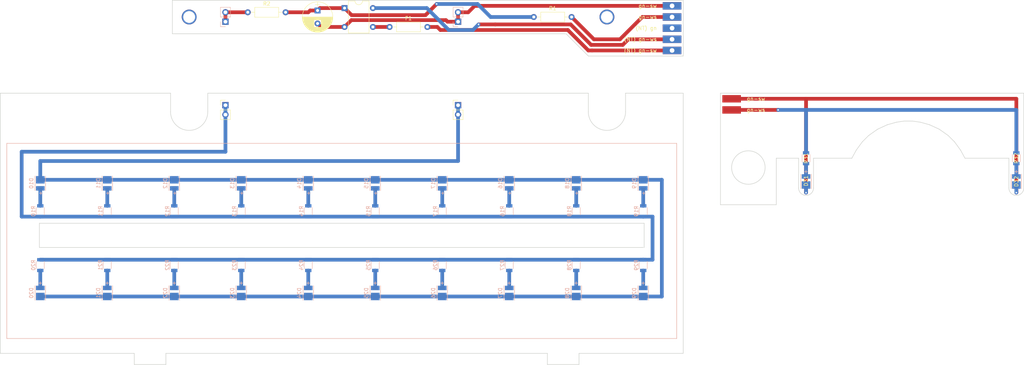
<source format=kicad_pcb>
(kicad_pcb (version 20171130) (host pcbnew "(5.1.7)-1")

  (general
    (thickness 1.6)
    (drawings 88)
    (tracks 105)
    (zones 0)
    (modules 62)
    (nets 33)
  )

  (page A4)
  (layers
    (0 F.Cu signal)
    (31 B.Cu signal)
    (32 B.Adhes user)
    (33 F.Adhes user)
    (34 B.Paste user)
    (35 F.Paste user)
    (36 B.SilkS user)
    (37 F.SilkS user)
    (38 B.Mask user)
    (39 F.Mask user)
    (40 Dwgs.User user)
    (41 Cmts.User user)
    (42 Eco1.User user)
    (43 Eco2.User user)
    (44 Edge.Cuts user)
    (45 Margin user)
    (46 B.CrtYd user)
    (47 F.CrtYd user)
    (48 B.Fab user hide)
    (49 F.Fab user hide)
  )

  (setup
    (last_trace_width 0.25)
    (user_trace_width 1)
    (user_trace_width 1.5)
    (trace_clearance 0.2)
    (zone_clearance 0.508)
    (zone_45_only no)
    (trace_min 0.2)
    (via_size 0.8)
    (via_drill 0.4)
    (via_min_size 0.4)
    (via_min_drill 0.3)
    (uvia_size 0.3)
    (uvia_drill 0.1)
    (uvias_allowed no)
    (uvia_min_size 0.2)
    (uvia_min_drill 0.1)
    (edge_width 0.05)
    (segment_width 0.2)
    (pcb_text_width 0.3)
    (pcb_text_size 1.5 1.5)
    (mod_edge_width 0.12)
    (mod_text_size 1 1)
    (mod_text_width 0.15)
    (pad_size 5 2)
    (pad_drill 0)
    (pad_to_mask_clearance 0)
    (aux_axis_origin 0 0)
    (visible_elements 7FFFFF7F)
    (pcbplotparams
      (layerselection 0x010fc_ffffffff)
      (usegerberextensions true)
      (usegerberattributes false)
      (usegerberadvancedattributes false)
      (creategerberjobfile false)
      (excludeedgelayer true)
      (linewidth 0.100000)
      (plotframeref false)
      (viasonmask false)
      (mode 1)
      (useauxorigin false)
      (hpglpennumber 1)
      (hpglpenspeed 20)
      (hpglpendiameter 15.000000)
      (psnegative false)
      (psa4output false)
      (plotreference true)
      (plotvalue false)
      (plotinvisibletext false)
      (padsonsilk false)
      (subtractmaskfromsilk true)
      (outputformat 1)
      (mirror false)
      (drillshape 0)
      (scaleselection 1)
      (outputdirectory "gerber"))
  )

  (net 0 "")
  (net 1 GND)
  (net 2 +15V)
  (net 3 "Net-(D11-Pad2)")
  (net 4 "Net-(D12-Pad2)")
  (net 5 "Net-(D13-Pad2)")
  (net 6 "Net-(D14-Pad2)")
  (net 7 "Net-(D21-Pad2)")
  (net 8 "Net-(D22-Pad2)")
  (net 9 "Net-(D23-Pad2)")
  (net 10 "Net-(D24-Pad2)")
  (net 11 "Net-(D10-Pad2)")
  (net 12 "Net-(D15-Pad2)")
  (net 13 "Net-(D16-Pad2)")
  (net 14 "Net-(D17-Pad2)")
  (net 15 "Net-(D18-Pad2)")
  (net 16 "Net-(D19-Pad2)")
  (net 17 "Net-(D20-Pad2)")
  (net 18 "Net-(D25-Pad2)")
  (net 19 "Net-(D1-Pad3)")
  (net 20 "Net-(D1-Pad4)")
  (net 21 "Net-(J9-Pad1)")
  (net 22 "Net-(D26-Pad2)")
  (net 23 "Net-(D27-Pad2)")
  (net 24 "Net-(D28-Pad2)")
  (net 25 "Net-(D29-Pad2)")
  (net 26 "Net-(J10-Pad1)")
  (net 27 "Net-(J3-Pad1)")
  (net 28 "Net-(J5-Pad1)")
  (net 29 "Net-(J7-Pad1)")
  (net 30 "Net-(F1-Pad2)")
  (net 31 "Net-(D31-Pad2)")
  (net 32 "Net-(D32-Pad2)")

  (net_class Default "This is the default net class."
    (clearance 0.2)
    (trace_width 0.25)
    (via_dia 0.8)
    (via_drill 0.4)
    (uvia_dia 0.3)
    (uvia_drill 0.1)
    (add_net +15V)
    (add_net GND)
    (add_net "Net-(D1-Pad3)")
    (add_net "Net-(D1-Pad4)")
    (add_net "Net-(D10-Pad2)")
    (add_net "Net-(D11-Pad2)")
    (add_net "Net-(D12-Pad2)")
    (add_net "Net-(D13-Pad2)")
    (add_net "Net-(D14-Pad2)")
    (add_net "Net-(D15-Pad2)")
    (add_net "Net-(D16-Pad2)")
    (add_net "Net-(D17-Pad2)")
    (add_net "Net-(D18-Pad2)")
    (add_net "Net-(D19-Pad2)")
    (add_net "Net-(D20-Pad2)")
    (add_net "Net-(D21-Pad2)")
    (add_net "Net-(D22-Pad2)")
    (add_net "Net-(D23-Pad2)")
    (add_net "Net-(D24-Pad2)")
    (add_net "Net-(D25-Pad2)")
    (add_net "Net-(D26-Pad2)")
    (add_net "Net-(D27-Pad2)")
    (add_net "Net-(D28-Pad2)")
    (add_net "Net-(D29-Pad2)")
    (add_net "Net-(D31-Pad2)")
    (add_net "Net-(D32-Pad2)")
    (add_net "Net-(F1-Pad2)")
    (add_net "Net-(J10-Pad1)")
    (add_net "Net-(J3-Pad1)")
    (add_net "Net-(J5-Pad1)")
    (add_net "Net-(J7-Pad1)")
    (add_net "Net-(J9-Pad1)")
  )

  (module Wire_Pads:SolderWirePad_single_1mmDrill (layer F.Cu) (tedit 630B6C24) (tstamp 630B7674)
    (at 211 67.5)
    (path /6310E31D)
    (fp_text reference J11 (at 0 -3.81) (layer F.SilkS) hide
      (effects (font (size 1 1) (thickness 0.15)))
    )
    (fp_text value Conn_01x01 (at -1.905 3.175) (layer F.Fab)
      (effects (font (size 1 1) (thickness 0.15)))
    )
    (pad 1 smd rect (at 0 0) (size 5 2) (layers F.Cu F.Paste F.Mask)
      (net 1 GND))
  )

  (module Wire_Pads:SolderWirePad_single_1mmDrill (layer F.Cu) (tedit 630B6C16) (tstamp 630B7671)
    (at 211 70.5)
    (path /6310DE53)
    (fp_text reference J10 (at 0 -3.81) (layer F.SilkS) hide
      (effects (font (size 1 1) (thickness 0.15)))
    )
    (fp_text value Conn_01x01 (at -1.905 3.175) (layer F.Fab)
      (effects (font (size 1 1) (thickness 0.15)))
    )
    (pad 1 smd rect (at 0 0) (size 5 2) (layers F.Cu F.Paste F.Mask)
      (net 26 "Net-(J10-Pad1)"))
  )

  (module Resistors_SMD:R_1206 (layer B.Cu) (tedit 58E0A804) (tstamp 630B621E)
    (at 287.5 83.5 270)
    (descr "Resistor SMD 1206, reflow soldering, Vishay (see dcrcw.pdf)")
    (tags "resistor 1206")
    (path /630CDC48)
    (attr smd)
    (fp_text reference R32 (at 0 0 270) (layer F.SilkS)
      (effects (font (size 1 1) (thickness 0.15)))
    )
    (fp_text value 300 (at 0 -1.95 270) (layer B.Fab)
      (effects (font (size 1 1) (thickness 0.15)) (justify mirror))
    )
    (fp_line (start -1.6 -0.8) (end -1.6 0.8) (layer B.Fab) (width 0.1))
    (fp_line (start 1.6 -0.8) (end -1.6 -0.8) (layer B.Fab) (width 0.1))
    (fp_line (start 1.6 0.8) (end 1.6 -0.8) (layer B.Fab) (width 0.1))
    (fp_line (start -1.6 0.8) (end 1.6 0.8) (layer B.Fab) (width 0.1))
    (fp_line (start 1 -1.07) (end -1 -1.07) (layer B.SilkS) (width 0.12))
    (fp_line (start -1 1.07) (end 1 1.07) (layer B.SilkS) (width 0.12))
    (fp_line (start -2.15 1.11) (end 2.15 1.11) (layer B.CrtYd) (width 0.05))
    (fp_line (start -2.15 1.11) (end -2.15 -1.1) (layer B.CrtYd) (width 0.05))
    (fp_line (start 2.15 -1.1) (end 2.15 1.11) (layer B.CrtYd) (width 0.05))
    (fp_line (start 2.15 -1.1) (end -2.15 -1.1) (layer B.CrtYd) (width 0.05))
    (fp_text user %R (at 0 0 270) (layer B.Fab)
      (effects (font (size 0.7 0.7) (thickness 0.105)) (justify mirror))
    )
    (pad 1 smd rect (at -1.45 0 270) (size 0.9 1.7) (layers B.Cu B.Paste B.Mask)
      (net 26 "Net-(J10-Pad1)"))
    (pad 2 smd rect (at 1.45 0 270) (size 0.9 1.7) (layers B.Cu B.Paste B.Mask)
      (net 32 "Net-(D32-Pad2)"))
    (model ${KISYS3DMOD}/Resistors_SMD.3dshapes/R_1206.wrl
      (at (xyz 0 0 0))
      (scale (xyz 1 1 1))
      (rotate (xyz 0 0 0))
    )
  )

  (module Resistors_SMD:R_1206 (layer B.Cu) (tedit 58E0A804) (tstamp 630B621B)
    (at 231 83.5 270)
    (descr "Resistor SMD 1206, reflow soldering, Vishay (see dcrcw.pdf)")
    (tags "resistor 1206")
    (path /630CB479)
    (attr smd)
    (fp_text reference R31 (at 0 0 270) (layer F.SilkS)
      (effects (font (size 1 1) (thickness 0.15)))
    )
    (fp_text value 300 (at 0 -1.95 270) (layer B.Fab)
      (effects (font (size 1 1) (thickness 0.15)) (justify mirror))
    )
    (fp_line (start -1.6 -0.8) (end -1.6 0.8) (layer B.Fab) (width 0.1))
    (fp_line (start 1.6 -0.8) (end -1.6 -0.8) (layer B.Fab) (width 0.1))
    (fp_line (start 1.6 0.8) (end 1.6 -0.8) (layer B.Fab) (width 0.1))
    (fp_line (start -1.6 0.8) (end 1.6 0.8) (layer B.Fab) (width 0.1))
    (fp_line (start 1 -1.07) (end -1 -1.07) (layer B.SilkS) (width 0.12))
    (fp_line (start -1 1.07) (end 1 1.07) (layer B.SilkS) (width 0.12))
    (fp_line (start -2.15 1.11) (end 2.15 1.11) (layer B.CrtYd) (width 0.05))
    (fp_line (start -2.15 1.11) (end -2.15 -1.1) (layer B.CrtYd) (width 0.05))
    (fp_line (start 2.15 -1.1) (end 2.15 1.11) (layer B.CrtYd) (width 0.05))
    (fp_line (start 2.15 -1.1) (end -2.15 -1.1) (layer B.CrtYd) (width 0.05))
    (fp_text user %R (at 0 0 270) (layer B.Fab)
      (effects (font (size 0.7 0.7) (thickness 0.105)) (justify mirror))
    )
    (pad 1 smd rect (at -1.45 0 270) (size 0.9 1.7) (layers B.Cu B.Paste B.Mask)
      (net 26 "Net-(J10-Pad1)"))
    (pad 2 smd rect (at 1.45 0 270) (size 0.9 1.7) (layers B.Cu B.Paste B.Mask)
      (net 31 "Net-(D31-Pad2)"))
    (model ${KISYS3DMOD}/Resistors_SMD.3dshapes/R_1206.wrl
      (at (xyz 0 0 0))
      (scale (xyz 1 1 1))
      (rotate (xyz 0 0 0))
    )
  )

  (module Skalen-Beleuchtung:LEXTAR-PC35H13-V1 (layer B.Cu) (tedit 62C185BB) (tstamp 630B5FC2)
    (at 287.5 89.75 270)
    (path /630CD6AF)
    (attr smd)
    (fp_text reference D32 (at 0 0 270) (layer F.SilkS)
      (effects (font (size 1 1) (thickness 0.15)))
    )
    (fp_text value LEXTAR-PC35H13-V1 (at 0 2.25 270) (layer B.Fab)
      (effects (font (size 1 1) (thickness 0.15)) (justify mirror))
    )
    (fp_line (start -1.95 -1.4) (end 1.95 -1.4) (layer B.SilkS) (width 0.15))
    (fp_line (start -1.95 1.4) (end 1.95 1.4) (layer B.SilkS) (width 0.15))
    (fp_text user + (at -2.65 0.075 270) (layer B.SilkS)
      (effects (font (size 1 1) (thickness 0.15)) (justify mirror))
    )
    (pad 1 smd rect (at 0.95 0 270) (size 2 2.3) (layers B.Cu B.Paste B.Mask)
      (net 1 GND))
    (pad 2 smd rect (at -1.35 0 270) (size 1.2 2.3) (layers B.Cu B.Paste B.Mask)
      (net 32 "Net-(D32-Pad2)"))
  )

  (module Skalen-Beleuchtung:LEXTAR-PC35H13-V1 (layer B.Cu) (tedit 62C185BB) (tstamp 630B5FB9)
    (at 231 89.75 270)
    (path /630C9C30)
    (attr smd)
    (fp_text reference D31 (at -0.15 0 270) (layer F.SilkS)
      (effects (font (size 1 1) (thickness 0.15)))
    )
    (fp_text value LEXTAR-PC35H13-V1 (at 0 2.25 270) (layer B.Fab)
      (effects (font (size 1 1) (thickness 0.15)) (justify mirror))
    )
    (fp_line (start -1.95 -1.4) (end 1.95 -1.4) (layer B.SilkS) (width 0.15))
    (fp_line (start -1.95 1.4) (end 1.95 1.4) (layer B.SilkS) (width 0.15))
    (fp_text user + (at -2.65 0.075 270) (layer B.SilkS)
      (effects (font (size 1 1) (thickness 0.15)) (justify mirror))
    )
    (pad 1 smd rect (at 0.95 0 270) (size 2 2.3) (layers B.Cu B.Paste B.Mask)
      (net 1 GND))
    (pad 2 smd rect (at -1.35 0 270) (size 1.2 2.3) (layers B.Cu B.Paste B.Mask)
      (net 31 "Net-(D31-Pad2)"))
  )

  (module Resistors_SMD:R_1206 (layer B.Cu) (tedit 58E0A804) (tstamp 62F57451)
    (at 115.25 97.75 90)
    (descr "Resistor SMD 1206, reflow soldering, Vishay (see dcrcw.pdf)")
    (tags "resistor 1206")
    (path /62F65CE8)
    (attr smd)
    (fp_text reference R15 (at 0 -1.85 270) (layer B.SilkS)
      (effects (font (size 1 1) (thickness 0.15)) (justify mirror))
    )
    (fp_text value 300 (at 0 -1.95 270) (layer B.Fab)
      (effects (font (size 1 1) (thickness 0.15)) (justify mirror))
    )
    (fp_line (start 2.15 -1.1) (end -2.15 -1.1) (layer B.CrtYd) (width 0.05))
    (fp_line (start 2.15 -1.1) (end 2.15 1.11) (layer B.CrtYd) (width 0.05))
    (fp_line (start -2.15 1.11) (end -2.15 -1.1) (layer B.CrtYd) (width 0.05))
    (fp_line (start -2.15 1.11) (end 2.15 1.11) (layer B.CrtYd) (width 0.05))
    (fp_line (start -1 1.07) (end 1 1.07) (layer B.SilkS) (width 0.12))
    (fp_line (start 1 -1.07) (end -1 -1.07) (layer B.SilkS) (width 0.12))
    (fp_line (start -1.6 0.8) (end 1.6 0.8) (layer B.Fab) (width 0.1))
    (fp_line (start 1.6 0.8) (end 1.6 -0.8) (layer B.Fab) (width 0.1))
    (fp_line (start 1.6 -0.8) (end -1.6 -0.8) (layer B.Fab) (width 0.1))
    (fp_line (start -1.6 -0.8) (end -1.6 0.8) (layer B.Fab) (width 0.1))
    (fp_text user %R (at 0 0 270) (layer B.Fab)
      (effects (font (size 0.7 0.7) (thickness 0.105)) (justify mirror))
    )
    (pad 1 smd rect (at -1.45 0 90) (size 0.9 1.7) (layers B.Cu B.Paste B.Mask)
      (net 29 "Net-(J7-Pad1)"))
    (pad 2 smd rect (at 1.45 0 90) (size 0.9 1.7) (layers B.Cu B.Paste B.Mask)
      (net 12 "Net-(D15-Pad2)"))
    (model ${KISYS3DMOD}/Resistors_SMD.3dshapes/R_1206.wrl
      (at (xyz 0 0 0))
      (scale (xyz 1 1 1))
      (rotate (xyz 0 0 0))
    )
  )

  (module Resistors_SMD:R_1206 (layer B.Cu) (tedit 58E0A804) (tstamp 62F5744E)
    (at 97.25 97.75 90)
    (descr "Resistor SMD 1206, reflow soldering, Vishay (see dcrcw.pdf)")
    (tags "resistor 1206")
    (path /62F65CC8)
    (attr smd)
    (fp_text reference R14 (at 0 -1.85 270) (layer B.SilkS)
      (effects (font (size 1 1) (thickness 0.15)) (justify mirror))
    )
    (fp_text value 300 (at 0 -1.95 270) (layer B.Fab)
      (effects (font (size 1 1) (thickness 0.15)) (justify mirror))
    )
    (fp_line (start 2.15 -1.1) (end -2.15 -1.1) (layer B.CrtYd) (width 0.05))
    (fp_line (start 2.15 -1.1) (end 2.15 1.11) (layer B.CrtYd) (width 0.05))
    (fp_line (start -2.15 1.11) (end -2.15 -1.1) (layer B.CrtYd) (width 0.05))
    (fp_line (start -2.15 1.11) (end 2.15 1.11) (layer B.CrtYd) (width 0.05))
    (fp_line (start -1 1.07) (end 1 1.07) (layer B.SilkS) (width 0.12))
    (fp_line (start 1 -1.07) (end -1 -1.07) (layer B.SilkS) (width 0.12))
    (fp_line (start -1.6 0.8) (end 1.6 0.8) (layer B.Fab) (width 0.1))
    (fp_line (start 1.6 0.8) (end 1.6 -0.8) (layer B.Fab) (width 0.1))
    (fp_line (start 1.6 -0.8) (end -1.6 -0.8) (layer B.Fab) (width 0.1))
    (fp_line (start -1.6 -0.8) (end -1.6 0.8) (layer B.Fab) (width 0.1))
    (fp_text user %R (at 0 0 270) (layer B.Fab)
      (effects (font (size 0.7 0.7) (thickness 0.105)) (justify mirror))
    )
    (pad 1 smd rect (at -1.45 0 90) (size 0.9 1.7) (layers B.Cu B.Paste B.Mask)
      (net 29 "Net-(J7-Pad1)"))
    (pad 2 smd rect (at 1.45 0 90) (size 0.9 1.7) (layers B.Cu B.Paste B.Mask)
      (net 6 "Net-(D14-Pad2)"))
    (model ${KISYS3DMOD}/Resistors_SMD.3dshapes/R_1206.wrl
      (at (xyz 0 0 0))
      (scale (xyz 1 1 1))
      (rotate (xyz 0 0 0))
    )
  )

  (module Resistors_SMD:R_1206 (layer B.Cu) (tedit 58E0A804) (tstamp 62F5744B)
    (at 79.25 97.75 90)
    (descr "Resistor SMD 1206, reflow soldering, Vishay (see dcrcw.pdf)")
    (tags "resistor 1206")
    (path /62F5F9F2)
    (attr smd)
    (fp_text reference R13 (at 0 -1.85 270) (layer B.SilkS)
      (effects (font (size 1 1) (thickness 0.15)) (justify mirror))
    )
    (fp_text value 300 (at 0 -1.95 270) (layer B.Fab)
      (effects (font (size 1 1) (thickness 0.15)) (justify mirror))
    )
    (fp_line (start 2.15 -1.1) (end -2.15 -1.1) (layer B.CrtYd) (width 0.05))
    (fp_line (start 2.15 -1.1) (end 2.15 1.11) (layer B.CrtYd) (width 0.05))
    (fp_line (start -2.15 1.11) (end -2.15 -1.1) (layer B.CrtYd) (width 0.05))
    (fp_line (start -2.15 1.11) (end 2.15 1.11) (layer B.CrtYd) (width 0.05))
    (fp_line (start -1 1.07) (end 1 1.07) (layer B.SilkS) (width 0.12))
    (fp_line (start 1 -1.07) (end -1 -1.07) (layer B.SilkS) (width 0.12))
    (fp_line (start -1.6 0.8) (end 1.6 0.8) (layer B.Fab) (width 0.1))
    (fp_line (start 1.6 0.8) (end 1.6 -0.8) (layer B.Fab) (width 0.1))
    (fp_line (start 1.6 -0.8) (end -1.6 -0.8) (layer B.Fab) (width 0.1))
    (fp_line (start -1.6 -0.8) (end -1.6 0.8) (layer B.Fab) (width 0.1))
    (fp_text user %R (at 0 0 270) (layer B.Fab)
      (effects (font (size 0.7 0.7) (thickness 0.105)) (justify mirror))
    )
    (pad 1 smd rect (at -1.45 0 90) (size 0.9 1.7) (layers B.Cu B.Paste B.Mask)
      (net 29 "Net-(J7-Pad1)"))
    (pad 2 smd rect (at 1.45 0 90) (size 0.9 1.7) (layers B.Cu B.Paste B.Mask)
      (net 5 "Net-(D13-Pad2)"))
    (model ${KISYS3DMOD}/Resistors_SMD.3dshapes/R_1206.wrl
      (at (xyz 0 0 0))
      (scale (xyz 1 1 1))
      (rotate (xyz 0 0 0))
    )
  )

  (module Resistors_SMD:R_1206 (layer B.Cu) (tedit 58E0A804) (tstamp 62F57448)
    (at 61.25 97.75 90)
    (descr "Resistor SMD 1206, reflow soldering, Vishay (see dcrcw.pdf)")
    (tags "resistor 1206")
    (path /62F5F9D2)
    (attr smd)
    (fp_text reference R12 (at 0 -1.85 270) (layer B.SilkS)
      (effects (font (size 1 1) (thickness 0.15)) (justify mirror))
    )
    (fp_text value 300 (at 0 -1.95 270) (layer B.Fab)
      (effects (font (size 1 1) (thickness 0.15)) (justify mirror))
    )
    (fp_line (start 2.15 -1.1) (end -2.15 -1.1) (layer B.CrtYd) (width 0.05))
    (fp_line (start 2.15 -1.1) (end 2.15 1.11) (layer B.CrtYd) (width 0.05))
    (fp_line (start -2.15 1.11) (end -2.15 -1.1) (layer B.CrtYd) (width 0.05))
    (fp_line (start -2.15 1.11) (end 2.15 1.11) (layer B.CrtYd) (width 0.05))
    (fp_line (start -1 1.07) (end 1 1.07) (layer B.SilkS) (width 0.12))
    (fp_line (start 1 -1.07) (end -1 -1.07) (layer B.SilkS) (width 0.12))
    (fp_line (start -1.6 0.8) (end 1.6 0.8) (layer B.Fab) (width 0.1))
    (fp_line (start 1.6 0.8) (end 1.6 -0.8) (layer B.Fab) (width 0.1))
    (fp_line (start 1.6 -0.8) (end -1.6 -0.8) (layer B.Fab) (width 0.1))
    (fp_line (start -1.6 -0.8) (end -1.6 0.8) (layer B.Fab) (width 0.1))
    (fp_text user %R (at 0 0 270) (layer B.Fab)
      (effects (font (size 0.7 0.7) (thickness 0.105)) (justify mirror))
    )
    (pad 1 smd rect (at -1.45 0 90) (size 0.9 1.7) (layers B.Cu B.Paste B.Mask)
      (net 29 "Net-(J7-Pad1)"))
    (pad 2 smd rect (at 1.45 0 90) (size 0.9 1.7) (layers B.Cu B.Paste B.Mask)
      (net 4 "Net-(D12-Pad2)"))
    (model ${KISYS3DMOD}/Resistors_SMD.3dshapes/R_1206.wrl
      (at (xyz 0 0 0))
      (scale (xyz 1 1 1))
      (rotate (xyz 0 0 0))
    )
  )

  (module Resistors_SMD:R_1206 (layer B.Cu) (tedit 58E0A804) (tstamp 62F57445)
    (at 43.25 97.75 90)
    (descr "Resistor SMD 1206, reflow soldering, Vishay (see dcrcw.pdf)")
    (tags "resistor 1206")
    (path /62F5E2EB)
    (attr smd)
    (fp_text reference R11 (at 0 -1.85 270) (layer B.SilkS)
      (effects (font (size 1 1) (thickness 0.15)) (justify mirror))
    )
    (fp_text value 300 (at 0 -1.95 270) (layer B.Fab)
      (effects (font (size 1 1) (thickness 0.15)) (justify mirror))
    )
    (fp_line (start 2.15 -1.1) (end -2.15 -1.1) (layer B.CrtYd) (width 0.05))
    (fp_line (start 2.15 -1.1) (end 2.15 1.11) (layer B.CrtYd) (width 0.05))
    (fp_line (start -2.15 1.11) (end -2.15 -1.1) (layer B.CrtYd) (width 0.05))
    (fp_line (start -2.15 1.11) (end 2.15 1.11) (layer B.CrtYd) (width 0.05))
    (fp_line (start -1 1.07) (end 1 1.07) (layer B.SilkS) (width 0.12))
    (fp_line (start 1 -1.07) (end -1 -1.07) (layer B.SilkS) (width 0.12))
    (fp_line (start -1.6 0.8) (end 1.6 0.8) (layer B.Fab) (width 0.1))
    (fp_line (start 1.6 0.8) (end 1.6 -0.8) (layer B.Fab) (width 0.1))
    (fp_line (start 1.6 -0.8) (end -1.6 -0.8) (layer B.Fab) (width 0.1))
    (fp_line (start -1.6 -0.8) (end -1.6 0.8) (layer B.Fab) (width 0.1))
    (fp_text user %R (at 0 0 270) (layer B.Fab)
      (effects (font (size 0.7 0.7) (thickness 0.105)) (justify mirror))
    )
    (pad 1 smd rect (at -1.45 0 90) (size 0.9 1.7) (layers B.Cu B.Paste B.Mask)
      (net 29 "Net-(J7-Pad1)"))
    (pad 2 smd rect (at 1.45 0 90) (size 0.9 1.7) (layers B.Cu B.Paste B.Mask)
      (net 3 "Net-(D11-Pad2)"))
    (model ${KISYS3DMOD}/Resistors_SMD.3dshapes/R_1206.wrl
      (at (xyz 0 0 0))
      (scale (xyz 1 1 1))
      (rotate (xyz 0 0 0))
    )
  )

  (module Skalen-Beleuchtung:LEXTAR-PC35H13-V1 (layer B.Cu) (tedit 62C185BB) (tstamp 62F573BC)
    (at 133.25 90.25 90)
    (path /62F65D1D)
    (attr smd)
    (fp_text reference D17 (at 0 -2.4 270) (layer B.SilkS)
      (effects (font (size 1 1) (thickness 0.15)) (justify mirror))
    )
    (fp_text value LEXTAR-PC35H13-V1 (at 0 2.25 270) (layer B.Fab)
      (effects (font (size 1 1) (thickness 0.15)) (justify mirror))
    )
    (fp_line (start -1.95 1.4) (end 1.95 1.4) (layer B.SilkS) (width 0.15))
    (fp_line (start -1.95 -1.4) (end 1.95 -1.4) (layer B.SilkS) (width 0.15))
    (fp_text user + (at -2.65 0.075 270) (layer B.SilkS)
      (effects (font (size 1 1) (thickness 0.15)) (justify mirror))
    )
    (pad 1 smd rect (at 0.95 0 90) (size 2 2.3) (layers B.Cu B.Paste B.Mask)
      (net 1 GND))
    (pad 2 smd rect (at -1.35 0 90) (size 1.2 2.3) (layers B.Cu B.Paste B.Mask)
      (net 14 "Net-(D17-Pad2)"))
  )

  (module Skalen-Beleuchtung:LEXTAR-PC35H13-V1 (layer B.Cu) (tedit 62C185BB) (tstamp 62F573B3)
    (at 151.25 90.25 90)
    (path /62F65CFD)
    (attr smd)
    (fp_text reference D16 (at 0 -2.4 270) (layer B.SilkS)
      (effects (font (size 1 1) (thickness 0.15)) (justify mirror))
    )
    (fp_text value LEXTAR-PC35H13-V1 (at 0 2.25 270) (layer B.Fab)
      (effects (font (size 1 1) (thickness 0.15)) (justify mirror))
    )
    (fp_line (start -1.95 -1.4) (end 1.95 -1.4) (layer B.SilkS) (width 0.15))
    (fp_line (start -1.95 1.4) (end 1.95 1.4) (layer B.SilkS) (width 0.15))
    (fp_text user + (at -2.65 0.075 270) (layer B.SilkS)
      (effects (font (size 1 1) (thickness 0.15)) (justify mirror))
    )
    (pad 2 smd rect (at -1.35 0 90) (size 1.2 2.3) (layers B.Cu B.Paste B.Mask)
      (net 13 "Net-(D16-Pad2)"))
    (pad 1 smd rect (at 0.95 0 90) (size 2 2.3) (layers B.Cu B.Paste B.Mask)
      (net 1 GND))
  )

  (module Skalen-Beleuchtung:LEXTAR-PC35H13-V1 (layer B.Cu) (tedit 62C185BB) (tstamp 62F573AA)
    (at 115.25 90.25 90)
    (path /62F65CDD)
    (attr smd)
    (fp_text reference D15 (at 0 -2.4 270) (layer B.SilkS)
      (effects (font (size 1 1) (thickness 0.15)) (justify mirror))
    )
    (fp_text value LEXTAR-PC35H13-V1 (at 0 2.25 270) (layer B.Fab)
      (effects (font (size 1 1) (thickness 0.15)) (justify mirror))
    )
    (fp_line (start -1.95 1.4) (end 1.95 1.4) (layer B.SilkS) (width 0.15))
    (fp_line (start -1.95 -1.4) (end 1.95 -1.4) (layer B.SilkS) (width 0.15))
    (fp_text user + (at -2.65 0.075 270) (layer B.SilkS)
      (effects (font (size 1 1) (thickness 0.15)) (justify mirror))
    )
    (pad 1 smd rect (at 0.95 0 90) (size 2 2.3) (layers B.Cu B.Paste B.Mask)
      (net 1 GND))
    (pad 2 smd rect (at -1.35 0 90) (size 1.2 2.3) (layers B.Cu B.Paste B.Mask)
      (net 12 "Net-(D15-Pad2)"))
  )

  (module Skalen-Beleuchtung:LEXTAR-PC35H13-V1 (layer B.Cu) (tedit 62C185BB) (tstamp 62F573A1)
    (at 97.25 90.25 90)
    (path /62F65B35)
    (attr smd)
    (fp_text reference D14 (at 0 -2.4 270) (layer B.SilkS)
      (effects (font (size 1 1) (thickness 0.15)) (justify mirror))
    )
    (fp_text value LEXTAR-PC35H13-V1 (at 0 2.25 270) (layer B.Fab)
      (effects (font (size 1 1) (thickness 0.15)) (justify mirror))
    )
    (fp_line (start -1.95 1.4) (end 1.95 1.4) (layer B.SilkS) (width 0.15))
    (fp_line (start -1.95 -1.4) (end 1.95 -1.4) (layer B.SilkS) (width 0.15))
    (fp_text user + (at -2.65 0.075 270) (layer B.SilkS)
      (effects (font (size 1 1) (thickness 0.15)) (justify mirror))
    )
    (pad 1 smd rect (at 0.95 0 90) (size 2 2.3) (layers B.Cu B.Paste B.Mask)
      (net 1 GND))
    (pad 2 smd rect (at -1.35 0 90) (size 1.2 2.3) (layers B.Cu B.Paste B.Mask)
      (net 6 "Net-(D14-Pad2)"))
  )

  (module Skalen-Beleuchtung:LEXTAR-PC35H13-V1 (layer B.Cu) (tedit 62C185BB) (tstamp 62F57398)
    (at 79.25 90.25 90)
    (path /62F5F9E7)
    (attr smd)
    (fp_text reference D13 (at 0 -2.4 270) (layer B.SilkS)
      (effects (font (size 1 1) (thickness 0.15)) (justify mirror))
    )
    (fp_text value LEXTAR-PC35H13-V1 (at 0 2.25 270) (layer B.Fab)
      (effects (font (size 1 1) (thickness 0.15)) (justify mirror))
    )
    (fp_line (start -1.95 1.4) (end 1.95 1.4) (layer B.SilkS) (width 0.15))
    (fp_line (start -1.95 -1.4) (end 1.95 -1.4) (layer B.SilkS) (width 0.15))
    (fp_text user + (at -2.65 0.075 270) (layer B.SilkS)
      (effects (font (size 1 1) (thickness 0.15)) (justify mirror))
    )
    (pad 1 smd rect (at 0.95 0 90) (size 2 2.3) (layers B.Cu B.Paste B.Mask)
      (net 1 GND))
    (pad 2 smd rect (at -1.35 0 90) (size 1.2 2.3) (layers B.Cu B.Paste B.Mask)
      (net 5 "Net-(D13-Pad2)"))
  )

  (module Skalen-Beleuchtung:LEXTAR-PC35H13-V1 (layer B.Cu) (tedit 62C185BB) (tstamp 62F5738F)
    (at 61.25 90.25 90)
    (path /62F5F8A7)
    (attr smd)
    (fp_text reference D12 (at 0 -2.4 270) (layer B.SilkS)
      (effects (font (size 1 1) (thickness 0.15)) (justify mirror))
    )
    (fp_text value LEXTAR-PC35H13-V1 (at 0 2.25 270) (layer B.Fab)
      (effects (font (size 1 1) (thickness 0.15)) (justify mirror))
    )
    (fp_line (start -1.95 1.4) (end 1.95 1.4) (layer B.SilkS) (width 0.15))
    (fp_line (start -1.95 -1.4) (end 1.95 -1.4) (layer B.SilkS) (width 0.15))
    (fp_text user + (at -2.65 0.075 270) (layer B.SilkS)
      (effects (font (size 1 1) (thickness 0.15)) (justify mirror))
    )
    (pad 1 smd rect (at 0.95 0 90) (size 2 2.3) (layers B.Cu B.Paste B.Mask)
      (net 1 GND))
    (pad 2 smd rect (at -1.35 0 90) (size 1.2 2.3) (layers B.Cu B.Paste B.Mask)
      (net 4 "Net-(D12-Pad2)"))
  )

  (module Skalen-Beleuchtung:LEXTAR-PC35H13-V1 (layer B.Cu) (tedit 62C185BB) (tstamp 62F57386)
    (at 43.25 90.25 90)
    (path /62F5E1F4)
    (attr smd)
    (fp_text reference D11 (at 0 -2.4 270) (layer B.SilkS)
      (effects (font (size 1 1) (thickness 0.15)) (justify mirror))
    )
    (fp_text value LEXTAR-PC35H13-V1 (at 0 2.25 270) (layer B.Fab)
      (effects (font (size 1 1) (thickness 0.15)) (justify mirror))
    )
    (fp_line (start -1.95 1.4) (end 1.95 1.4) (layer B.SilkS) (width 0.15))
    (fp_line (start -1.95 -1.4) (end 1.95 -1.4) (layer B.SilkS) (width 0.15))
    (fp_text user + (at -2.65 0.075 270) (layer B.SilkS)
      (effects (font (size 1 1) (thickness 0.15)) (justify mirror))
    )
    (pad 1 smd rect (at 0.95 0 90) (size 2 2.3) (layers B.Cu B.Paste B.Mask)
      (net 1 GND))
    (pad 2 smd rect (at -1.35 0 90) (size 1.2 2.3) (layers B.Cu B.Paste B.Mask)
      (net 3 "Net-(D11-Pad2)"))
  )

  (module Skalen-Beleuchtung:LEXTAR-PC35H13-V1 (layer B.Cu) (tedit 62C185BB) (tstamp 62F5833B)
    (at 187.25 90.25 90)
    (path /62F7DEA0)
    (attr smd)
    (fp_text reference D19 (at 0 -2.4 270) (layer B.SilkS)
      (effects (font (size 1 1) (thickness 0.15)) (justify mirror))
    )
    (fp_text value LEXTAR-PC35H13-V1 (at 0 2.25 270) (layer B.Fab)
      (effects (font (size 1 1) (thickness 0.15)) (justify mirror))
    )
    (fp_line (start -1.95 -1.4) (end 1.95 -1.4) (layer B.SilkS) (width 0.15))
    (fp_line (start -1.95 1.4) (end 1.95 1.4) (layer B.SilkS) (width 0.15))
    (fp_text user + (at -2.65 0.075 270) (layer B.SilkS)
      (effects (font (size 1 1) (thickness 0.15)) (justify mirror))
    )
    (pad 2 smd rect (at -1.35 0 90) (size 1.2 2.3) (layers B.Cu B.Paste B.Mask)
      (net 16 "Net-(D19-Pad2)"))
    (pad 1 smd rect (at 0.95 0 90) (size 2 2.3) (layers B.Cu B.Paste B.Mask)
      (net 1 GND))
  )

  (module Resistors_SMD:R_1206 (layer B.Cu) (tedit 58E0A804) (tstamp 62F584B9)
    (at 187.25 97.75 90)
    (descr "Resistor SMD 1206, reflow soldering, Vishay (see dcrcw.pdf)")
    (tags "resistor 1206")
    (path /62F7DE95)
    (attr smd)
    (fp_text reference R19 (at 0 -1.85 270) (layer B.SilkS)
      (effects (font (size 1 1) (thickness 0.15)) (justify mirror))
    )
    (fp_text value 300 (at 0 -1.95 270) (layer B.Fab)
      (effects (font (size 1 1) (thickness 0.15)) (justify mirror))
    )
    (fp_line (start -1.6 -0.8) (end -1.6 0.8) (layer B.Fab) (width 0.1))
    (fp_line (start 1.6 -0.8) (end -1.6 -0.8) (layer B.Fab) (width 0.1))
    (fp_line (start 1.6 0.8) (end 1.6 -0.8) (layer B.Fab) (width 0.1))
    (fp_line (start -1.6 0.8) (end 1.6 0.8) (layer B.Fab) (width 0.1))
    (fp_line (start 1 -1.07) (end -1 -1.07) (layer B.SilkS) (width 0.12))
    (fp_line (start -1 1.07) (end 1 1.07) (layer B.SilkS) (width 0.12))
    (fp_line (start -2.15 1.11) (end 2.15 1.11) (layer B.CrtYd) (width 0.05))
    (fp_line (start -2.15 1.11) (end -2.15 -1.1) (layer B.CrtYd) (width 0.05))
    (fp_line (start 2.15 -1.1) (end 2.15 1.11) (layer B.CrtYd) (width 0.05))
    (fp_line (start 2.15 -1.1) (end -2.15 -1.1) (layer B.CrtYd) (width 0.05))
    (fp_text user %R (at 0 0 270) (layer B.Fab)
      (effects (font (size 0.7 0.7) (thickness 0.105)) (justify mirror))
    )
    (pad 2 smd rect (at 1.45 0 90) (size 0.9 1.7) (layers B.Cu B.Paste B.Mask)
      (net 16 "Net-(D19-Pad2)"))
    (pad 1 smd rect (at -1.45 0 90) (size 0.9 1.7) (layers B.Cu B.Paste B.Mask)
      (net 29 "Net-(J7-Pad1)"))
    (model ${KISYS3DMOD}/Resistors_SMD.3dshapes/R_1206.wrl
      (at (xyz 0 0 0))
      (scale (xyz 1 1 1))
      (rotate (xyz 0 0 0))
    )
  )

  (module Skalen-Beleuchtung:LEXTAR-PC35H13-V1 (layer B.Cu) (tedit 62C185BB) (tstamp 62F59818)
    (at 187.25 119.75 270)
    (path /62FAEDCF)
    (attr smd)
    (fp_text reference D29 (at 0 2.4 90) (layer B.SilkS)
      (effects (font (size 1 1) (thickness 0.15)) (justify mirror))
    )
    (fp_text value LEXTAR-PC35H13-V1 (at 0 2.25 90) (layer B.Fab)
      (effects (font (size 1 1) (thickness 0.15)) (justify mirror))
    )
    (fp_line (start -1.95 1.4) (end 1.95 1.4) (layer B.SilkS) (width 0.15))
    (fp_line (start -1.95 -1.4) (end 1.95 -1.4) (layer B.SilkS) (width 0.15))
    (fp_text user + (at -2.65 0.075 90) (layer B.SilkS)
      (effects (font (size 1 1) (thickness 0.15)) (justify mirror))
    )
    (pad 1 smd rect (at 0.95 0 270) (size 2 2.3) (layers B.Cu B.Paste B.Mask)
      (net 1 GND))
    (pad 2 smd rect (at -1.35 0 270) (size 1.2 2.3) (layers B.Cu B.Paste B.Mask)
      (net 25 "Net-(D29-Pad2)"))
  )

  (module Resistors_SMD:R_1206 (layer B.Cu) (tedit 58E0A804) (tstamp 62F59A21)
    (at 187.25 112.25 270)
    (descr "Resistor SMD 1206, reflow soldering, Vishay (see dcrcw.pdf)")
    (tags "resistor 1206")
    (path /62FAEDC4)
    (attr smd)
    (fp_text reference R29 (at 0 1.85 90) (layer B.SilkS)
      (effects (font (size 1 1) (thickness 0.15)) (justify mirror))
    )
    (fp_text value 300 (at 0 -1.95 90) (layer B.Fab)
      (effects (font (size 1 1) (thickness 0.15)) (justify mirror))
    )
    (fp_line (start 2.15 -1.1) (end -2.15 -1.1) (layer B.CrtYd) (width 0.05))
    (fp_line (start 2.15 -1.1) (end 2.15 1.11) (layer B.CrtYd) (width 0.05))
    (fp_line (start -2.15 1.11) (end -2.15 -1.1) (layer B.CrtYd) (width 0.05))
    (fp_line (start -2.15 1.11) (end 2.15 1.11) (layer B.CrtYd) (width 0.05))
    (fp_line (start -1 1.07) (end 1 1.07) (layer B.SilkS) (width 0.12))
    (fp_line (start 1 -1.07) (end -1 -1.07) (layer B.SilkS) (width 0.12))
    (fp_line (start -1.6 0.8) (end 1.6 0.8) (layer B.Fab) (width 0.1))
    (fp_line (start 1.6 0.8) (end 1.6 -0.8) (layer B.Fab) (width 0.1))
    (fp_line (start 1.6 -0.8) (end -1.6 -0.8) (layer B.Fab) (width 0.1))
    (fp_line (start -1.6 -0.8) (end -1.6 0.8) (layer B.Fab) (width 0.1))
    (fp_text user %R (at 0 0 90) (layer B.Fab)
      (effects (font (size 0.7 0.7) (thickness 0.105)) (justify mirror))
    )
    (pad 1 smd rect (at -1.45 0 270) (size 0.9 1.7) (layers B.Cu B.Paste B.Mask)
      (net 29 "Net-(J7-Pad1)"))
    (pad 2 smd rect (at 1.45 0 270) (size 0.9 1.7) (layers B.Cu B.Paste B.Mask)
      (net 25 "Net-(D29-Pad2)"))
    (model ${KISYS3DMOD}/Resistors_SMD.3dshapes/R_1206.wrl
      (at (xyz 0 0 0))
      (scale (xyz 1 1 1))
      (rotate (xyz 0 0 0))
    )
  )

  (module Skalen-Beleuchtung:LEXTAR-PC35H13-V1 (layer B.Cu) (tedit 62C185BB) (tstamp 62F58332)
    (at 169.25 90.25 90)
    (path /62F7DEC0)
    (attr smd)
    (fp_text reference D18 (at 0 -2.4 270) (layer B.SilkS)
      (effects (font (size 1 1) (thickness 0.15)) (justify mirror))
    )
    (fp_text value LEXTAR-PC35H13-V1 (at 0 2.25 270) (layer B.Fab)
      (effects (font (size 1 1) (thickness 0.15)) (justify mirror))
    )
    (fp_line (start -1.95 -1.4) (end 1.95 -1.4) (layer B.SilkS) (width 0.15))
    (fp_line (start -1.95 1.4) (end 1.95 1.4) (layer B.SilkS) (width 0.15))
    (fp_text user + (at -2.65 0.075 270) (layer B.SilkS)
      (effects (font (size 1 1) (thickness 0.15)) (justify mirror))
    )
    (pad 2 smd rect (at -1.35 0 90) (size 1.2 2.3) (layers B.Cu B.Paste B.Mask)
      (net 15 "Net-(D18-Pad2)"))
    (pad 1 smd rect (at 0.95 0 90) (size 2 2.3) (layers B.Cu B.Paste B.Mask)
      (net 1 GND))
  )

  (module Resistors_SMD:R_1206 (layer B.Cu) (tedit 58E0A804) (tstamp 62F584B6)
    (at 169.25 97.75 90)
    (descr "Resistor SMD 1206, reflow soldering, Vishay (see dcrcw.pdf)")
    (tags "resistor 1206")
    (path /62F7DEB5)
    (attr smd)
    (fp_text reference R18 (at 0 -1.85 270) (layer B.SilkS)
      (effects (font (size 1 1) (thickness 0.15)) (justify mirror))
    )
    (fp_text value 300 (at 0 -1.95 270) (layer B.Fab)
      (effects (font (size 1 1) (thickness 0.15)) (justify mirror))
    )
    (fp_line (start -1.6 -0.8) (end -1.6 0.8) (layer B.Fab) (width 0.1))
    (fp_line (start 1.6 -0.8) (end -1.6 -0.8) (layer B.Fab) (width 0.1))
    (fp_line (start 1.6 0.8) (end 1.6 -0.8) (layer B.Fab) (width 0.1))
    (fp_line (start -1.6 0.8) (end 1.6 0.8) (layer B.Fab) (width 0.1))
    (fp_line (start 1 -1.07) (end -1 -1.07) (layer B.SilkS) (width 0.12))
    (fp_line (start -1 1.07) (end 1 1.07) (layer B.SilkS) (width 0.12))
    (fp_line (start -2.15 1.11) (end 2.15 1.11) (layer B.CrtYd) (width 0.05))
    (fp_line (start -2.15 1.11) (end -2.15 -1.1) (layer B.CrtYd) (width 0.05))
    (fp_line (start 2.15 -1.1) (end 2.15 1.11) (layer B.CrtYd) (width 0.05))
    (fp_line (start 2.15 -1.1) (end -2.15 -1.1) (layer B.CrtYd) (width 0.05))
    (fp_text user %R (at 0 0 270) (layer B.Fab)
      (effects (font (size 0.7 0.7) (thickness 0.105)) (justify mirror))
    )
    (pad 2 smd rect (at 1.45 0 90) (size 0.9 1.7) (layers B.Cu B.Paste B.Mask)
      (net 15 "Net-(D18-Pad2)"))
    (pad 1 smd rect (at -1.45 0 90) (size 0.9 1.7) (layers B.Cu B.Paste B.Mask)
      (net 29 "Net-(J7-Pad1)"))
    (model ${KISYS3DMOD}/Resistors_SMD.3dshapes/R_1206.wrl
      (at (xyz 0 0 0))
      (scale (xyz 1 1 1))
      (rotate (xyz 0 0 0))
    )
  )

  (module Skalen-Beleuchtung:LEXTAR-PC35H13-V1 (layer B.Cu) (tedit 62C185BB) (tstamp 62F5980F)
    (at 169.25 119.75 270)
    (path /62FAEDEF)
    (attr smd)
    (fp_text reference D28 (at 0 2.4 90) (layer B.SilkS)
      (effects (font (size 1 1) (thickness 0.15)) (justify mirror))
    )
    (fp_text value LEXTAR-PC35H13-V1 (at 0 2.25 90) (layer B.Fab)
      (effects (font (size 1 1) (thickness 0.15)) (justify mirror))
    )
    (fp_line (start -1.95 1.4) (end 1.95 1.4) (layer B.SilkS) (width 0.15))
    (fp_line (start -1.95 -1.4) (end 1.95 -1.4) (layer B.SilkS) (width 0.15))
    (fp_text user + (at -2.65 0.075 90) (layer B.SilkS)
      (effects (font (size 1 1) (thickness 0.15)) (justify mirror))
    )
    (pad 1 smd rect (at 0.95 0 270) (size 2 2.3) (layers B.Cu B.Paste B.Mask)
      (net 1 GND))
    (pad 2 smd rect (at -1.35 0 270) (size 1.2 2.3) (layers B.Cu B.Paste B.Mask)
      (net 24 "Net-(D28-Pad2)"))
  )

  (module Resistors_SMD:R_1206 (layer B.Cu) (tedit 58E0A804) (tstamp 62F59A1E)
    (at 169.25 112.25 270)
    (descr "Resistor SMD 1206, reflow soldering, Vishay (see dcrcw.pdf)")
    (tags "resistor 1206")
    (path /62FAEDE4)
    (attr smd)
    (fp_text reference R28 (at 0 1.85 90) (layer B.SilkS)
      (effects (font (size 1 1) (thickness 0.15)) (justify mirror))
    )
    (fp_text value 300 (at 0 -1.95 90) (layer B.Fab)
      (effects (font (size 1 1) (thickness 0.15)) (justify mirror))
    )
    (fp_line (start 2.15 -1.1) (end -2.15 -1.1) (layer B.CrtYd) (width 0.05))
    (fp_line (start 2.15 -1.1) (end 2.15 1.11) (layer B.CrtYd) (width 0.05))
    (fp_line (start -2.15 1.11) (end -2.15 -1.1) (layer B.CrtYd) (width 0.05))
    (fp_line (start -2.15 1.11) (end 2.15 1.11) (layer B.CrtYd) (width 0.05))
    (fp_line (start -1 1.07) (end 1 1.07) (layer B.SilkS) (width 0.12))
    (fp_line (start 1 -1.07) (end -1 -1.07) (layer B.SilkS) (width 0.12))
    (fp_line (start -1.6 0.8) (end 1.6 0.8) (layer B.Fab) (width 0.1))
    (fp_line (start 1.6 0.8) (end 1.6 -0.8) (layer B.Fab) (width 0.1))
    (fp_line (start 1.6 -0.8) (end -1.6 -0.8) (layer B.Fab) (width 0.1))
    (fp_line (start -1.6 -0.8) (end -1.6 0.8) (layer B.Fab) (width 0.1))
    (fp_text user %R (at 0 0 90) (layer B.Fab)
      (effects (font (size 0.7 0.7) (thickness 0.105)) (justify mirror))
    )
    (pad 1 smd rect (at -1.45 0 270) (size 0.9 1.7) (layers B.Cu B.Paste B.Mask)
      (net 29 "Net-(J7-Pad1)"))
    (pad 2 smd rect (at 1.45 0 270) (size 0.9 1.7) (layers B.Cu B.Paste B.Mask)
      (net 24 "Net-(D28-Pad2)"))
    (model ${KISYS3DMOD}/Resistors_SMD.3dshapes/R_1206.wrl
      (at (xyz 0 0 0))
      (scale (xyz 1 1 1))
      (rotate (xyz 0 0 0))
    )
  )

  (module Resistors_SMD:R_1206 (layer B.Cu) (tedit 58E0A804) (tstamp 62F59A1B)
    (at 151.25 112.25 270)
    (descr "Resistor SMD 1206, reflow soldering, Vishay (see dcrcw.pdf)")
    (tags "resistor 1206")
    (path /62FAED04)
    (attr smd)
    (fp_text reference R27 (at 0 1.85 90) (layer B.SilkS)
      (effects (font (size 1 1) (thickness 0.15)) (justify mirror))
    )
    (fp_text value 300 (at 0 -1.95 90) (layer B.Fab)
      (effects (font (size 1 1) (thickness 0.15)) (justify mirror))
    )
    (fp_line (start 2.15 -1.1) (end -2.15 -1.1) (layer B.CrtYd) (width 0.05))
    (fp_line (start 2.15 -1.1) (end 2.15 1.11) (layer B.CrtYd) (width 0.05))
    (fp_line (start -2.15 1.11) (end -2.15 -1.1) (layer B.CrtYd) (width 0.05))
    (fp_line (start -2.15 1.11) (end 2.15 1.11) (layer B.CrtYd) (width 0.05))
    (fp_line (start -1 1.07) (end 1 1.07) (layer B.SilkS) (width 0.12))
    (fp_line (start 1 -1.07) (end -1 -1.07) (layer B.SilkS) (width 0.12))
    (fp_line (start -1.6 0.8) (end 1.6 0.8) (layer B.Fab) (width 0.1))
    (fp_line (start 1.6 0.8) (end 1.6 -0.8) (layer B.Fab) (width 0.1))
    (fp_line (start 1.6 -0.8) (end -1.6 -0.8) (layer B.Fab) (width 0.1))
    (fp_line (start -1.6 -0.8) (end -1.6 0.8) (layer B.Fab) (width 0.1))
    (fp_text user %R (at 0 0 90) (layer B.Fab)
      (effects (font (size 0.7 0.7) (thickness 0.105)) (justify mirror))
    )
    (pad 1 smd rect (at -1.45 0 270) (size 0.9 1.7) (layers B.Cu B.Paste B.Mask)
      (net 29 "Net-(J7-Pad1)"))
    (pad 2 smd rect (at 1.45 0 270) (size 0.9 1.7) (layers B.Cu B.Paste B.Mask)
      (net 23 "Net-(D27-Pad2)"))
    (model ${KISYS3DMOD}/Resistors_SMD.3dshapes/R_1206.wrl
      (at (xyz 0 0 0))
      (scale (xyz 1 1 1))
      (rotate (xyz 0 0 0))
    )
  )

  (module Resistors_SMD:R_1206 (layer B.Cu) (tedit 58E0A804) (tstamp 62F59A18)
    (at 133.25 112.25 270)
    (descr "Resistor SMD 1206, reflow soldering, Vishay (see dcrcw.pdf)")
    (tags "resistor 1206")
    (path /62FAED24)
    (attr smd)
    (fp_text reference R26 (at 0 1.85 90) (layer B.SilkS)
      (effects (font (size 1 1) (thickness 0.15)) (justify mirror))
    )
    (fp_text value 300 (at 0 -1.95 90) (layer B.Fab)
      (effects (font (size 1 1) (thickness 0.15)) (justify mirror))
    )
    (fp_line (start 2.15 -1.1) (end -2.15 -1.1) (layer B.CrtYd) (width 0.05))
    (fp_line (start 2.15 -1.1) (end 2.15 1.11) (layer B.CrtYd) (width 0.05))
    (fp_line (start -2.15 1.11) (end -2.15 -1.1) (layer B.CrtYd) (width 0.05))
    (fp_line (start -2.15 1.11) (end 2.15 1.11) (layer B.CrtYd) (width 0.05))
    (fp_line (start -1 1.07) (end 1 1.07) (layer B.SilkS) (width 0.12))
    (fp_line (start 1 -1.07) (end -1 -1.07) (layer B.SilkS) (width 0.12))
    (fp_line (start -1.6 0.8) (end 1.6 0.8) (layer B.Fab) (width 0.1))
    (fp_line (start 1.6 0.8) (end 1.6 -0.8) (layer B.Fab) (width 0.1))
    (fp_line (start 1.6 -0.8) (end -1.6 -0.8) (layer B.Fab) (width 0.1))
    (fp_line (start -1.6 -0.8) (end -1.6 0.8) (layer B.Fab) (width 0.1))
    (fp_text user %R (at 0 0 90) (layer B.Fab)
      (effects (font (size 0.7 0.7) (thickness 0.105)) (justify mirror))
    )
    (pad 1 smd rect (at -1.45 0 270) (size 0.9 1.7) (layers B.Cu B.Paste B.Mask)
      (net 29 "Net-(J7-Pad1)"))
    (pad 2 smd rect (at 1.45 0 270) (size 0.9 1.7) (layers B.Cu B.Paste B.Mask)
      (net 22 "Net-(D26-Pad2)"))
    (model ${KISYS3DMOD}/Resistors_SMD.3dshapes/R_1206.wrl
      (at (xyz 0 0 0))
      (scale (xyz 1 1 1))
      (rotate (xyz 0 0 0))
    )
  )

  (module Resistors_SMD:R_1206 (layer B.Cu) (tedit 58E0A804) (tstamp 62F59A15)
    (at 115.25 112.25 270)
    (descr "Resistor SMD 1206, reflow soldering, Vishay (see dcrcw.pdf)")
    (tags "resistor 1206")
    (path /62FAED44)
    (attr smd)
    (fp_text reference R25 (at 0 1.85 90) (layer B.SilkS)
      (effects (font (size 1 1) (thickness 0.15)) (justify mirror))
    )
    (fp_text value 300 (at 0 -1.95 90) (layer B.Fab)
      (effects (font (size 1 1) (thickness 0.15)) (justify mirror))
    )
    (fp_line (start 2.15 -1.1) (end -2.15 -1.1) (layer B.CrtYd) (width 0.05))
    (fp_line (start 2.15 -1.1) (end 2.15 1.11) (layer B.CrtYd) (width 0.05))
    (fp_line (start -2.15 1.11) (end -2.15 -1.1) (layer B.CrtYd) (width 0.05))
    (fp_line (start -2.15 1.11) (end 2.15 1.11) (layer B.CrtYd) (width 0.05))
    (fp_line (start -1 1.07) (end 1 1.07) (layer B.SilkS) (width 0.12))
    (fp_line (start 1 -1.07) (end -1 -1.07) (layer B.SilkS) (width 0.12))
    (fp_line (start -1.6 0.8) (end 1.6 0.8) (layer B.Fab) (width 0.1))
    (fp_line (start 1.6 0.8) (end 1.6 -0.8) (layer B.Fab) (width 0.1))
    (fp_line (start 1.6 -0.8) (end -1.6 -0.8) (layer B.Fab) (width 0.1))
    (fp_line (start -1.6 -0.8) (end -1.6 0.8) (layer B.Fab) (width 0.1))
    (fp_text user %R (at 0 0 90) (layer B.Fab)
      (effects (font (size 0.7 0.7) (thickness 0.105)) (justify mirror))
    )
    (pad 1 smd rect (at -1.45 0 270) (size 0.9 1.7) (layers B.Cu B.Paste B.Mask)
      (net 29 "Net-(J7-Pad1)"))
    (pad 2 smd rect (at 1.45 0 270) (size 0.9 1.7) (layers B.Cu B.Paste B.Mask)
      (net 18 "Net-(D25-Pad2)"))
    (model ${KISYS3DMOD}/Resistors_SMD.3dshapes/R_1206.wrl
      (at (xyz 0 0 0))
      (scale (xyz 1 1 1))
      (rotate (xyz 0 0 0))
    )
  )

  (module Resistors_SMD:R_1206 (layer B.Cu) (tedit 58E0A804) (tstamp 62F59A12)
    (at 97.25 112.25 270)
    (descr "Resistor SMD 1206, reflow soldering, Vishay (see dcrcw.pdf)")
    (tags "resistor 1206")
    (path /62FAED64)
    (attr smd)
    (fp_text reference R24 (at 0 1.85 90) (layer B.SilkS)
      (effects (font (size 1 1) (thickness 0.15)) (justify mirror))
    )
    (fp_text value 300 (at 0 -1.95 90) (layer B.Fab)
      (effects (font (size 1 1) (thickness 0.15)) (justify mirror))
    )
    (fp_line (start 2.15 -1.1) (end -2.15 -1.1) (layer B.CrtYd) (width 0.05))
    (fp_line (start 2.15 -1.1) (end 2.15 1.11) (layer B.CrtYd) (width 0.05))
    (fp_line (start -2.15 1.11) (end -2.15 -1.1) (layer B.CrtYd) (width 0.05))
    (fp_line (start -2.15 1.11) (end 2.15 1.11) (layer B.CrtYd) (width 0.05))
    (fp_line (start -1 1.07) (end 1 1.07) (layer B.SilkS) (width 0.12))
    (fp_line (start 1 -1.07) (end -1 -1.07) (layer B.SilkS) (width 0.12))
    (fp_line (start -1.6 0.8) (end 1.6 0.8) (layer B.Fab) (width 0.1))
    (fp_line (start 1.6 0.8) (end 1.6 -0.8) (layer B.Fab) (width 0.1))
    (fp_line (start 1.6 -0.8) (end -1.6 -0.8) (layer B.Fab) (width 0.1))
    (fp_line (start -1.6 -0.8) (end -1.6 0.8) (layer B.Fab) (width 0.1))
    (fp_text user %R (at 0 0 90) (layer B.Fab)
      (effects (font (size 0.7 0.7) (thickness 0.105)) (justify mirror))
    )
    (pad 1 smd rect (at -1.45 0 270) (size 0.9 1.7) (layers B.Cu B.Paste B.Mask)
      (net 29 "Net-(J7-Pad1)"))
    (pad 2 smd rect (at 1.45 0 270) (size 0.9 1.7) (layers B.Cu B.Paste B.Mask)
      (net 10 "Net-(D24-Pad2)"))
    (model ${KISYS3DMOD}/Resistors_SMD.3dshapes/R_1206.wrl
      (at (xyz 0 0 0))
      (scale (xyz 1 1 1))
      (rotate (xyz 0 0 0))
    )
  )

  (module Resistors_SMD:R_1206 (layer B.Cu) (tedit 58E0A804) (tstamp 62F59A0F)
    (at 79.25 112.25 270)
    (descr "Resistor SMD 1206, reflow soldering, Vishay (see dcrcw.pdf)")
    (tags "resistor 1206")
    (path /62FAECE5)
    (attr smd)
    (fp_text reference R23 (at 0 1.85 90) (layer B.SilkS)
      (effects (font (size 1 1) (thickness 0.15)) (justify mirror))
    )
    (fp_text value 300 (at 0 -1.95 90) (layer B.Fab)
      (effects (font (size 1 1) (thickness 0.15)) (justify mirror))
    )
    (fp_line (start 2.15 -1.1) (end -2.15 -1.1) (layer B.CrtYd) (width 0.05))
    (fp_line (start 2.15 -1.1) (end 2.15 1.11) (layer B.CrtYd) (width 0.05))
    (fp_line (start -2.15 1.11) (end -2.15 -1.1) (layer B.CrtYd) (width 0.05))
    (fp_line (start -2.15 1.11) (end 2.15 1.11) (layer B.CrtYd) (width 0.05))
    (fp_line (start -1 1.07) (end 1 1.07) (layer B.SilkS) (width 0.12))
    (fp_line (start 1 -1.07) (end -1 -1.07) (layer B.SilkS) (width 0.12))
    (fp_line (start -1.6 0.8) (end 1.6 0.8) (layer B.Fab) (width 0.1))
    (fp_line (start 1.6 0.8) (end 1.6 -0.8) (layer B.Fab) (width 0.1))
    (fp_line (start 1.6 -0.8) (end -1.6 -0.8) (layer B.Fab) (width 0.1))
    (fp_line (start -1.6 -0.8) (end -1.6 0.8) (layer B.Fab) (width 0.1))
    (fp_text user %R (at 0 0 90) (layer B.Fab)
      (effects (font (size 0.7 0.7) (thickness 0.105)) (justify mirror))
    )
    (pad 1 smd rect (at -1.45 0 270) (size 0.9 1.7) (layers B.Cu B.Paste B.Mask)
      (net 29 "Net-(J7-Pad1)"))
    (pad 2 smd rect (at 1.45 0 270) (size 0.9 1.7) (layers B.Cu B.Paste B.Mask)
      (net 9 "Net-(D23-Pad2)"))
    (model ${KISYS3DMOD}/Resistors_SMD.3dshapes/R_1206.wrl
      (at (xyz 0 0 0))
      (scale (xyz 1 1 1))
      (rotate (xyz 0 0 0))
    )
  )

  (module Resistors_SMD:R_1206 (layer B.Cu) (tedit 58E0A804) (tstamp 62F59A0C)
    (at 61.25 112.25 270)
    (descr "Resistor SMD 1206, reflow soldering, Vishay (see dcrcw.pdf)")
    (tags "resistor 1206")
    (path /62FAECC5)
    (attr smd)
    (fp_text reference R22 (at 0 1.85 90) (layer B.SilkS)
      (effects (font (size 1 1) (thickness 0.15)) (justify mirror))
    )
    (fp_text value 300 (at 0 -1.95 90) (layer B.Fab)
      (effects (font (size 1 1) (thickness 0.15)) (justify mirror))
    )
    (fp_line (start 2.15 -1.1) (end -2.15 -1.1) (layer B.CrtYd) (width 0.05))
    (fp_line (start 2.15 -1.1) (end 2.15 1.11) (layer B.CrtYd) (width 0.05))
    (fp_line (start -2.15 1.11) (end -2.15 -1.1) (layer B.CrtYd) (width 0.05))
    (fp_line (start -2.15 1.11) (end 2.15 1.11) (layer B.CrtYd) (width 0.05))
    (fp_line (start -1 1.07) (end 1 1.07) (layer B.SilkS) (width 0.12))
    (fp_line (start 1 -1.07) (end -1 -1.07) (layer B.SilkS) (width 0.12))
    (fp_line (start -1.6 0.8) (end 1.6 0.8) (layer B.Fab) (width 0.1))
    (fp_line (start 1.6 0.8) (end 1.6 -0.8) (layer B.Fab) (width 0.1))
    (fp_line (start 1.6 -0.8) (end -1.6 -0.8) (layer B.Fab) (width 0.1))
    (fp_line (start -1.6 -0.8) (end -1.6 0.8) (layer B.Fab) (width 0.1))
    (fp_text user %R (at 0 0 90) (layer B.Fab)
      (effects (font (size 0.7 0.7) (thickness 0.105)) (justify mirror))
    )
    (pad 1 smd rect (at -1.45 0 270) (size 0.9 1.7) (layers B.Cu B.Paste B.Mask)
      (net 29 "Net-(J7-Pad1)"))
    (pad 2 smd rect (at 1.45 0 270) (size 0.9 1.7) (layers B.Cu B.Paste B.Mask)
      (net 8 "Net-(D22-Pad2)"))
    (model ${KISYS3DMOD}/Resistors_SMD.3dshapes/R_1206.wrl
      (at (xyz 0 0 0))
      (scale (xyz 1 1 1))
      (rotate (xyz 0 0 0))
    )
  )

  (module Resistors_SMD:R_1206 (layer B.Cu) (tedit 58E0A804) (tstamp 62F59A09)
    (at 43.25 112.25 270)
    (descr "Resistor SMD 1206, reflow soldering, Vishay (see dcrcw.pdf)")
    (tags "resistor 1206")
    (path /62FAECA5)
    (attr smd)
    (fp_text reference R21 (at 0 1.85 90) (layer B.SilkS)
      (effects (font (size 1 1) (thickness 0.15)) (justify mirror))
    )
    (fp_text value 300 (at 0 -1.95 90) (layer B.Fab)
      (effects (font (size 1 1) (thickness 0.15)) (justify mirror))
    )
    (fp_line (start 2.15 -1.1) (end -2.15 -1.1) (layer B.CrtYd) (width 0.05))
    (fp_line (start 2.15 -1.1) (end 2.15 1.11) (layer B.CrtYd) (width 0.05))
    (fp_line (start -2.15 1.11) (end -2.15 -1.1) (layer B.CrtYd) (width 0.05))
    (fp_line (start -2.15 1.11) (end 2.15 1.11) (layer B.CrtYd) (width 0.05))
    (fp_line (start -1 1.07) (end 1 1.07) (layer B.SilkS) (width 0.12))
    (fp_line (start 1 -1.07) (end -1 -1.07) (layer B.SilkS) (width 0.12))
    (fp_line (start -1.6 0.8) (end 1.6 0.8) (layer B.Fab) (width 0.1))
    (fp_line (start 1.6 0.8) (end 1.6 -0.8) (layer B.Fab) (width 0.1))
    (fp_line (start 1.6 -0.8) (end -1.6 -0.8) (layer B.Fab) (width 0.1))
    (fp_line (start -1.6 -0.8) (end -1.6 0.8) (layer B.Fab) (width 0.1))
    (fp_text user %R (at 0 0 90) (layer B.Fab)
      (effects (font (size 0.7 0.7) (thickness 0.105)) (justify mirror))
    )
    (pad 1 smd rect (at -1.45 0 270) (size 0.9 1.7) (layers B.Cu B.Paste B.Mask)
      (net 29 "Net-(J7-Pad1)"))
    (pad 2 smd rect (at 1.45 0 270) (size 0.9 1.7) (layers B.Cu B.Paste B.Mask)
      (net 7 "Net-(D21-Pad2)"))
    (model ${KISYS3DMOD}/Resistors_SMD.3dshapes/R_1206.wrl
      (at (xyz 0 0 0))
      (scale (xyz 1 1 1))
      (rotate (xyz 0 0 0))
    )
  )

  (module Resistors_SMD:R_1206 (layer B.Cu) (tedit 58E0A804) (tstamp 62F59A06)
    (at 25.25 112.25 270)
    (descr "Resistor SMD 1206, reflow soldering, Vishay (see dcrcw.pdf)")
    (tags "resistor 1206")
    (path /62FAEC85)
    (attr smd)
    (fp_text reference R20 (at 0 1.85 90) (layer B.SilkS)
      (effects (font (size 1 1) (thickness 0.15)) (justify mirror))
    )
    (fp_text value 300 (at 0 -1.95 90) (layer B.Fab)
      (effects (font (size 1 1) (thickness 0.15)) (justify mirror))
    )
    (fp_line (start 2.15 -1.1) (end -2.15 -1.1) (layer B.CrtYd) (width 0.05))
    (fp_line (start 2.15 -1.1) (end 2.15 1.11) (layer B.CrtYd) (width 0.05))
    (fp_line (start -2.15 1.11) (end -2.15 -1.1) (layer B.CrtYd) (width 0.05))
    (fp_line (start -2.15 1.11) (end 2.15 1.11) (layer B.CrtYd) (width 0.05))
    (fp_line (start -1 1.07) (end 1 1.07) (layer B.SilkS) (width 0.12))
    (fp_line (start 1 -1.07) (end -1 -1.07) (layer B.SilkS) (width 0.12))
    (fp_line (start -1.6 0.8) (end 1.6 0.8) (layer B.Fab) (width 0.1))
    (fp_line (start 1.6 0.8) (end 1.6 -0.8) (layer B.Fab) (width 0.1))
    (fp_line (start 1.6 -0.8) (end -1.6 -0.8) (layer B.Fab) (width 0.1))
    (fp_line (start -1.6 -0.8) (end -1.6 0.8) (layer B.Fab) (width 0.1))
    (fp_text user %R (at 0 0 90) (layer B.Fab)
      (effects (font (size 0.7 0.7) (thickness 0.105)) (justify mirror))
    )
    (pad 1 smd rect (at -1.45 0 270) (size 0.9 1.7) (layers B.Cu B.Paste B.Mask)
      (net 29 "Net-(J7-Pad1)"))
    (pad 2 smd rect (at 1.45 0 270) (size 0.9 1.7) (layers B.Cu B.Paste B.Mask)
      (net 17 "Net-(D20-Pad2)"))
    (model ${KISYS3DMOD}/Resistors_SMD.3dshapes/R_1206.wrl
      (at (xyz 0 0 0))
      (scale (xyz 1 1 1))
      (rotate (xyz 0 0 0))
    )
  )

  (module Skalen-Beleuchtung:LEXTAR-PC35H13-V1 (layer B.Cu) (tedit 62C185BB) (tstamp 62F59806)
    (at 151.25 119.75 270)
    (path /62FAED0F)
    (attr smd)
    (fp_text reference D27 (at 0 2.4 90) (layer B.SilkS)
      (effects (font (size 1 1) (thickness 0.15)) (justify mirror))
    )
    (fp_text value LEXTAR-PC35H13-V1 (at 0 2.25 90) (layer B.Fab)
      (effects (font (size 1 1) (thickness 0.15)) (justify mirror))
    )
    (fp_line (start -1.95 1.4) (end 1.95 1.4) (layer B.SilkS) (width 0.15))
    (fp_line (start -1.95 -1.4) (end 1.95 -1.4) (layer B.SilkS) (width 0.15))
    (fp_text user + (at -2.65 0.075 90) (layer B.SilkS)
      (effects (font (size 1 1) (thickness 0.15)) (justify mirror))
    )
    (pad 1 smd rect (at 0.95 0 270) (size 2 2.3) (layers B.Cu B.Paste B.Mask)
      (net 1 GND))
    (pad 2 smd rect (at -1.35 0 270) (size 1.2 2.3) (layers B.Cu B.Paste B.Mask)
      (net 23 "Net-(D27-Pad2)"))
  )

  (module Skalen-Beleuchtung:LEXTAR-PC35H13-V1 (layer B.Cu) (tedit 62C185BB) (tstamp 62F597FD)
    (at 133.25 119.75 270)
    (path /62FAED2F)
    (attr smd)
    (fp_text reference D26 (at 0 2.4 90) (layer B.SilkS)
      (effects (font (size 1 1) (thickness 0.15)) (justify mirror))
    )
    (fp_text value LEXTAR-PC35H13-V1 (at 0 2.25 90) (layer B.Fab)
      (effects (font (size 1 1) (thickness 0.15)) (justify mirror))
    )
    (fp_line (start -1.95 1.4) (end 1.95 1.4) (layer B.SilkS) (width 0.15))
    (fp_line (start -1.95 -1.4) (end 1.95 -1.4) (layer B.SilkS) (width 0.15))
    (fp_text user + (at -2.65 0.075 90) (layer B.SilkS)
      (effects (font (size 1 1) (thickness 0.15)) (justify mirror))
    )
    (pad 1 smd rect (at 0.95 0 270) (size 2 2.3) (layers B.Cu B.Paste B.Mask)
      (net 1 GND))
    (pad 2 smd rect (at -1.35 0 270) (size 1.2 2.3) (layers B.Cu B.Paste B.Mask)
      (net 22 "Net-(D26-Pad2)"))
  )

  (module Skalen-Beleuchtung:LEXTAR-PC35H13-V1 (layer B.Cu) (tedit 62C185BB) (tstamp 62F597F4)
    (at 115.25 119.75 270)
    (path /62FAED4F)
    (attr smd)
    (fp_text reference D25 (at 0 2.4 90) (layer B.SilkS)
      (effects (font (size 1 1) (thickness 0.15)) (justify mirror))
    )
    (fp_text value LEXTAR-PC35H13-V1 (at 0 2.25 90) (layer B.Fab)
      (effects (font (size 1 1) (thickness 0.15)) (justify mirror))
    )
    (fp_line (start -1.95 1.4) (end 1.95 1.4) (layer B.SilkS) (width 0.15))
    (fp_line (start -1.95 -1.4) (end 1.95 -1.4) (layer B.SilkS) (width 0.15))
    (fp_text user + (at -2.65 0.075 90) (layer B.SilkS)
      (effects (font (size 1 1) (thickness 0.15)) (justify mirror))
    )
    (pad 1 smd rect (at 0.95 0 270) (size 2 2.3) (layers B.Cu B.Paste B.Mask)
      (net 1 GND))
    (pad 2 smd rect (at -1.35 0 270) (size 1.2 2.3) (layers B.Cu B.Paste B.Mask)
      (net 18 "Net-(D25-Pad2)"))
  )

  (module Skalen-Beleuchtung:LEXTAR-PC35H13-V1 (layer B.Cu) (tedit 62C185BB) (tstamp 62F597EB)
    (at 97.25 119.75 270)
    (path /62FAED6F)
    (attr smd)
    (fp_text reference D24 (at 0 2.4 90) (layer B.SilkS)
      (effects (font (size 1 1) (thickness 0.15)) (justify mirror))
    )
    (fp_text value LEXTAR-PC35H13-V1 (at 0 2.25 90) (layer B.Fab)
      (effects (font (size 1 1) (thickness 0.15)) (justify mirror))
    )
    (fp_line (start -1.95 1.4) (end 1.95 1.4) (layer B.SilkS) (width 0.15))
    (fp_line (start -1.95 -1.4) (end 1.95 -1.4) (layer B.SilkS) (width 0.15))
    (fp_text user + (at -2.65 0.075 90) (layer B.SilkS)
      (effects (font (size 1 1) (thickness 0.15)) (justify mirror))
    )
    (pad 1 smd rect (at 0.95 0 270) (size 2 2.3) (layers B.Cu B.Paste B.Mask)
      (net 1 GND))
    (pad 2 smd rect (at -1.35 0 270) (size 1.2 2.3) (layers B.Cu B.Paste B.Mask)
      (net 10 "Net-(D24-Pad2)"))
  )

  (module Skalen-Beleuchtung:LEXTAR-PC35H13-V1 (layer B.Cu) (tedit 62C185BB) (tstamp 62F597E2)
    (at 79.25 119.75 270)
    (path /62FAECDA)
    (attr smd)
    (fp_text reference D23 (at 0 2.4 90) (layer B.SilkS)
      (effects (font (size 1 1) (thickness 0.15)) (justify mirror))
    )
    (fp_text value LEXTAR-PC35H13-V1 (at 0 2.25 90) (layer B.Fab)
      (effects (font (size 1 1) (thickness 0.15)) (justify mirror))
    )
    (fp_line (start -1.95 1.4) (end 1.95 1.4) (layer B.SilkS) (width 0.15))
    (fp_line (start -1.95 -1.4) (end 1.95 -1.4) (layer B.SilkS) (width 0.15))
    (fp_text user + (at -2.65 0.075 90) (layer B.SilkS)
      (effects (font (size 1 1) (thickness 0.15)) (justify mirror))
    )
    (pad 1 smd rect (at 0.95 0 270) (size 2 2.3) (layers B.Cu B.Paste B.Mask)
      (net 1 GND))
    (pad 2 smd rect (at -1.35 0 270) (size 1.2 2.3) (layers B.Cu B.Paste B.Mask)
      (net 9 "Net-(D23-Pad2)"))
  )

  (module Skalen-Beleuchtung:LEXTAR-PC35H13-V1 (layer B.Cu) (tedit 62C185BB) (tstamp 62F597D9)
    (at 61.25 119.75 270)
    (path /62FAECBA)
    (attr smd)
    (fp_text reference D22 (at 0 2.4 90) (layer B.SilkS)
      (effects (font (size 1 1) (thickness 0.15)) (justify mirror))
    )
    (fp_text value LEXTAR-PC35H13-V1 (at 0 2.25 90) (layer B.Fab)
      (effects (font (size 1 1) (thickness 0.15)) (justify mirror))
    )
    (fp_line (start -1.95 1.4) (end 1.95 1.4) (layer B.SilkS) (width 0.15))
    (fp_line (start -1.95 -1.4) (end 1.95 -1.4) (layer B.SilkS) (width 0.15))
    (fp_text user + (at -2.65 0.075 90) (layer B.SilkS)
      (effects (font (size 1 1) (thickness 0.15)) (justify mirror))
    )
    (pad 1 smd rect (at 0.95 0 270) (size 2 2.3) (layers B.Cu B.Paste B.Mask)
      (net 1 GND))
    (pad 2 smd rect (at -1.35 0 270) (size 1.2 2.3) (layers B.Cu B.Paste B.Mask)
      (net 8 "Net-(D22-Pad2)"))
  )

  (module Skalen-Beleuchtung:LEXTAR-PC35H13-V1 (layer B.Cu) (tedit 62C185BB) (tstamp 62F597D0)
    (at 43.25 119.75 270)
    (path /62FAEC9A)
    (attr smd)
    (fp_text reference D21 (at 0 2.4 90) (layer B.SilkS)
      (effects (font (size 1 1) (thickness 0.15)) (justify mirror))
    )
    (fp_text value LEXTAR-PC35H13-V1 (at 0 2.25 90) (layer B.Fab)
      (effects (font (size 1 1) (thickness 0.15)) (justify mirror))
    )
    (fp_line (start -1.95 1.4) (end 1.95 1.4) (layer B.SilkS) (width 0.15))
    (fp_line (start -1.95 -1.4) (end 1.95 -1.4) (layer B.SilkS) (width 0.15))
    (fp_text user + (at -2.65 0.075 90) (layer B.SilkS)
      (effects (font (size 1 1) (thickness 0.15)) (justify mirror))
    )
    (pad 1 smd rect (at 0.95 0 270) (size 2 2.3) (layers B.Cu B.Paste B.Mask)
      (net 1 GND))
    (pad 2 smd rect (at -1.35 0 270) (size 1.2 2.3) (layers B.Cu B.Paste B.Mask)
      (net 7 "Net-(D21-Pad2)"))
  )

  (module Skalen-Beleuchtung:LEXTAR-PC35H13-V1 (layer B.Cu) (tedit 62C185BB) (tstamp 62F597C7)
    (at 25.25 119.75 270)
    (path /62FAE952)
    (attr smd)
    (fp_text reference D20 (at 0 2.4 90) (layer B.SilkS)
      (effects (font (size 1 1) (thickness 0.15)) (justify mirror))
    )
    (fp_text value LEXTAR-PC35H13-V1 (at 0 2.25 90) (layer B.Fab)
      (effects (font (size 1 1) (thickness 0.15)) (justify mirror))
    )
    (fp_line (start -1.95 1.4) (end 1.95 1.4) (layer B.SilkS) (width 0.15))
    (fp_line (start -1.95 -1.4) (end 1.95 -1.4) (layer B.SilkS) (width 0.15))
    (fp_text user + (at -2.65 0.075 90) (layer B.SilkS)
      (effects (font (size 1 1) (thickness 0.15)) (justify mirror))
    )
    (pad 1 smd rect (at 0.95 0 270) (size 2 2.3) (layers B.Cu B.Paste B.Mask)
      (net 1 GND))
    (pad 2 smd rect (at -1.35 0 270) (size 1.2 2.3) (layers B.Cu B.Paste B.Mask)
      (net 17 "Net-(D20-Pad2)"))
  )

  (module Resistors_SMD:R_1206 (layer B.Cu) (tedit 58E0A804) (tstamp 62F577F9)
    (at 25.25 97.75 90)
    (descr "Resistor SMD 1206, reflow soldering, Vishay (see dcrcw.pdf)")
    (tags "resistor 1206")
    (path /62C1E3A1)
    (attr smd)
    (fp_text reference R10 (at 0 -1.85 270) (layer B.SilkS)
      (effects (font (size 1 1) (thickness 0.15)) (justify mirror))
    )
    (fp_text value 300 (at 0 -1.95 270) (layer B.Fab)
      (effects (font (size 1 1) (thickness 0.15)) (justify mirror))
    )
    (fp_line (start 2.15 -1.1) (end -2.15 -1.1) (layer B.CrtYd) (width 0.05))
    (fp_line (start 2.15 -1.1) (end 2.15 1.11) (layer B.CrtYd) (width 0.05))
    (fp_line (start -2.15 1.11) (end -2.15 -1.1) (layer B.CrtYd) (width 0.05))
    (fp_line (start -2.15 1.11) (end 2.15 1.11) (layer B.CrtYd) (width 0.05))
    (fp_line (start -1 1.07) (end 1 1.07) (layer B.SilkS) (width 0.12))
    (fp_line (start 1 -1.07) (end -1 -1.07) (layer B.SilkS) (width 0.12))
    (fp_line (start -1.6 0.8) (end 1.6 0.8) (layer B.Fab) (width 0.1))
    (fp_line (start 1.6 0.8) (end 1.6 -0.8) (layer B.Fab) (width 0.1))
    (fp_line (start 1.6 -0.8) (end -1.6 -0.8) (layer B.Fab) (width 0.1))
    (fp_line (start -1.6 -0.8) (end -1.6 0.8) (layer B.Fab) (width 0.1))
    (fp_text user %R (at 0 0 270) (layer B.Fab)
      (effects (font (size 0.7 0.7) (thickness 0.105)) (justify mirror))
    )
    (pad 1 smd rect (at -1.45 0 90) (size 0.9 1.7) (layers B.Cu B.Paste B.Mask)
      (net 29 "Net-(J7-Pad1)"))
    (pad 2 smd rect (at 1.45 0 90) (size 0.9 1.7) (layers B.Cu B.Paste B.Mask)
      (net 11 "Net-(D10-Pad2)"))
    (model ${KISYS3DMOD}/Resistors_SMD.3dshapes/R_1206.wrl
      (at (xyz 0 0 0))
      (scale (xyz 1 1 1))
      (rotate (xyz 0 0 0))
    )
  )

  (module Skalen-Beleuchtung:LEXTAR-PC35H13-V1 (layer B.Cu) (tedit 62C185BB) (tstamp 62F57707)
    (at 25.25 90.25 90)
    (path /62C1959F)
    (attr smd)
    (fp_text reference D10 (at 0 -2.4 270) (layer B.SilkS)
      (effects (font (size 1 1) (thickness 0.15)) (justify mirror))
    )
    (fp_text value LEXTAR-PC35H13-V1 (at 0 2.25 270) (layer B.Fab)
      (effects (font (size 1 1) (thickness 0.15)) (justify mirror))
    )
    (fp_line (start -1.95 1.4) (end 1.95 1.4) (layer B.SilkS) (width 0.15))
    (fp_line (start -1.95 -1.4) (end 1.95 -1.4) (layer B.SilkS) (width 0.15))
    (fp_text user + (at -2.65 0.075 270) (layer B.SilkS)
      (effects (font (size 1 1) (thickness 0.15)) (justify mirror))
    )
    (pad 1 smd rect (at 0.95 0 90) (size 2 2.3) (layers B.Cu B.Paste B.Mask)
      (net 1 GND))
    (pad 2 smd rect (at -1.35 0 90) (size 1.2 2.3) (layers B.Cu B.Paste B.Mask)
      (net 11 "Net-(D10-Pad2)"))
  )

  (module Resistors_SMD:R_1206 (layer B.Cu) (tedit 58E0A804) (tstamp 62F57457)
    (at 133.25 97.75 90)
    (descr "Resistor SMD 1206, reflow soldering, Vishay (see dcrcw.pdf)")
    (tags "resistor 1206")
    (path /62F65D28)
    (attr smd)
    (fp_text reference R17 (at 0 -1.85 270) (layer B.SilkS)
      (effects (font (size 1 1) (thickness 0.15)) (justify mirror))
    )
    (fp_text value 300 (at 0 -1.95 270) (layer B.Fab)
      (effects (font (size 1 1) (thickness 0.15)) (justify mirror))
    )
    (fp_line (start 2.15 -1.1) (end -2.15 -1.1) (layer B.CrtYd) (width 0.05))
    (fp_line (start 2.15 -1.1) (end 2.15 1.11) (layer B.CrtYd) (width 0.05))
    (fp_line (start -2.15 1.11) (end -2.15 -1.1) (layer B.CrtYd) (width 0.05))
    (fp_line (start -2.15 1.11) (end 2.15 1.11) (layer B.CrtYd) (width 0.05))
    (fp_line (start -1 1.07) (end 1 1.07) (layer B.SilkS) (width 0.12))
    (fp_line (start 1 -1.07) (end -1 -1.07) (layer B.SilkS) (width 0.12))
    (fp_line (start -1.6 0.8) (end 1.6 0.8) (layer B.Fab) (width 0.1))
    (fp_line (start 1.6 0.8) (end 1.6 -0.8) (layer B.Fab) (width 0.1))
    (fp_line (start 1.6 -0.8) (end -1.6 -0.8) (layer B.Fab) (width 0.1))
    (fp_line (start -1.6 -0.8) (end -1.6 0.8) (layer B.Fab) (width 0.1))
    (fp_text user %R (at 0 0 270) (layer B.Fab)
      (effects (font (size 0.7 0.7) (thickness 0.105)) (justify mirror))
    )
    (pad 1 smd rect (at -1.45 0 90) (size 0.9 1.7) (layers B.Cu B.Paste B.Mask)
      (net 29 "Net-(J7-Pad1)"))
    (pad 2 smd rect (at 1.45 0 90) (size 0.9 1.7) (layers B.Cu B.Paste B.Mask)
      (net 14 "Net-(D17-Pad2)"))
    (model ${KISYS3DMOD}/Resistors_SMD.3dshapes/R_1206.wrl
      (at (xyz 0 0 0))
      (scale (xyz 1 1 1))
      (rotate (xyz 0 0 0))
    )
  )

  (module Resistors_SMD:R_1206 (layer B.Cu) (tedit 58E0A804) (tstamp 62F57454)
    (at 151.25 97.75 90)
    (descr "Resistor SMD 1206, reflow soldering, Vishay (see dcrcw.pdf)")
    (tags "resistor 1206")
    (path /62F65D08)
    (attr smd)
    (fp_text reference R16 (at 0 -1.85 270) (layer B.SilkS)
      (effects (font (size 1 1) (thickness 0.15)) (justify mirror))
    )
    (fp_text value 300 (at 0 -1.95 270) (layer B.Fab)
      (effects (font (size 1 1) (thickness 0.15)) (justify mirror))
    )
    (fp_line (start -1.6 -0.8) (end -1.6 0.8) (layer B.Fab) (width 0.1))
    (fp_line (start 1.6 -0.8) (end -1.6 -0.8) (layer B.Fab) (width 0.1))
    (fp_line (start 1.6 0.8) (end 1.6 -0.8) (layer B.Fab) (width 0.1))
    (fp_line (start -1.6 0.8) (end 1.6 0.8) (layer B.Fab) (width 0.1))
    (fp_line (start 1 -1.07) (end -1 -1.07) (layer B.SilkS) (width 0.12))
    (fp_line (start -1 1.07) (end 1 1.07) (layer B.SilkS) (width 0.12))
    (fp_line (start -2.15 1.11) (end 2.15 1.11) (layer B.CrtYd) (width 0.05))
    (fp_line (start -2.15 1.11) (end -2.15 -1.1) (layer B.CrtYd) (width 0.05))
    (fp_line (start 2.15 -1.1) (end 2.15 1.11) (layer B.CrtYd) (width 0.05))
    (fp_line (start 2.15 -1.1) (end -2.15 -1.1) (layer B.CrtYd) (width 0.05))
    (fp_text user %R (at 0 0 270) (layer B.Fab)
      (effects (font (size 0.7 0.7) (thickness 0.105)) (justify mirror))
    )
    (pad 2 smd rect (at 1.45 0 90) (size 0.9 1.7) (layers B.Cu B.Paste B.Mask)
      (net 13 "Net-(D16-Pad2)"))
    (pad 1 smd rect (at -1.45 0 90) (size 0.9 1.7) (layers B.Cu B.Paste B.Mask)
      (net 29 "Net-(J7-Pad1)"))
    (model ${KISYS3DMOD}/Resistors_SMD.3dshapes/R_1206.wrl
      (at (xyz 0 0 0))
      (scale (xyz 1 1 1))
      (rotate (xyz 0 0 0))
    )
  )

  (module Pin_Headers:Pin_Header_Straight_1x02_Pitch2.54mm (layer F.Cu) (tedit 59650532) (tstamp 62F71D77)
    (at 137.5 69.23)
    (descr "Through hole straight pin header, 1x02, 2.54mm pitch, single row")
    (tags "Through hole pin header THT 1x02 2.54mm single row")
    (path /630E5845)
    (fp_text reference J8 (at 0 -2.33) (layer F.SilkS) hide
      (effects (font (size 1 1) (thickness 0.15)))
    )
    (fp_text value Conn_01x02 (at 0 4.87) (layer F.Fab)
      (effects (font (size 1 1) (thickness 0.15)))
    )
    (fp_line (start 1.8 -1.8) (end -1.8 -1.8) (layer F.CrtYd) (width 0.05))
    (fp_line (start 1.8 4.35) (end 1.8 -1.8) (layer F.CrtYd) (width 0.05))
    (fp_line (start -1.8 4.35) (end 1.8 4.35) (layer F.CrtYd) (width 0.05))
    (fp_line (start -1.8 -1.8) (end -1.8 4.35) (layer F.CrtYd) (width 0.05))
    (fp_line (start -1.33 -1.33) (end 0 -1.33) (layer F.SilkS) (width 0.12))
    (fp_line (start -1.33 0) (end -1.33 -1.33) (layer F.SilkS) (width 0.12))
    (fp_line (start -1.33 1.27) (end 1.33 1.27) (layer F.SilkS) (width 0.12))
    (fp_line (start 1.33 1.27) (end 1.33 3.87) (layer F.SilkS) (width 0.12))
    (fp_line (start -1.33 1.27) (end -1.33 3.87) (layer F.SilkS) (width 0.12))
    (fp_line (start -1.33 3.87) (end 1.33 3.87) (layer F.SilkS) (width 0.12))
    (fp_line (start -1.27 -0.635) (end -0.635 -1.27) (layer F.Fab) (width 0.1))
    (fp_line (start -1.27 3.81) (end -1.27 -0.635) (layer F.Fab) (width 0.1))
    (fp_line (start 1.27 3.81) (end -1.27 3.81) (layer F.Fab) (width 0.1))
    (fp_line (start 1.27 -1.27) (end 1.27 3.81) (layer F.Fab) (width 0.1))
    (fp_line (start -0.635 -1.27) (end 1.27 -1.27) (layer F.Fab) (width 0.1))
    (fp_text user %R (at 0 1.27 90) (layer F.Fab)
      (effects (font (size 1 1) (thickness 0.15)))
    )
    (pad 1 thru_hole rect (at 0 0) (size 1.7 1.7) (drill 1) (layers *.Cu *.Mask)
      (net 1 GND))
    (pad 2 thru_hole oval (at 0 2.54) (size 1.7 1.7) (drill 1) (layers *.Cu *.Mask)
      (net 1 GND))
    (model ${KISYS3DMOD}/Pin_Headers.3dshapes/Pin_Header_Straight_1x02_Pitch2.54mm.wrl
      (at (xyz 0 0 0))
      (scale (xyz 1 1 1))
      (rotate (xyz 0 0 0))
    )
  )

  (module Pin_Headers:Pin_Header_Straight_1x02_Pitch2.54mm (layer F.Cu) (tedit 59650532) (tstamp 62F71D74)
    (at 75 69.23)
    (descr "Through hole straight pin header, 1x02, 2.54mm pitch, single row")
    (tags "Through hole pin header THT 1x02 2.54mm single row")
    (path /630E52E7)
    (fp_text reference J7 (at 0 -2.33) (layer F.SilkS) hide
      (effects (font (size 1 1) (thickness 0.15)))
    )
    (fp_text value Conn_01x02 (at 0 4.87) (layer F.Fab)
      (effects (font (size 1 1) (thickness 0.15)))
    )
    (fp_line (start 1.8 -1.8) (end -1.8 -1.8) (layer F.CrtYd) (width 0.05))
    (fp_line (start 1.8 4.35) (end 1.8 -1.8) (layer F.CrtYd) (width 0.05))
    (fp_line (start -1.8 4.35) (end 1.8 4.35) (layer F.CrtYd) (width 0.05))
    (fp_line (start -1.8 -1.8) (end -1.8 4.35) (layer F.CrtYd) (width 0.05))
    (fp_line (start -1.33 -1.33) (end 0 -1.33) (layer F.SilkS) (width 0.12))
    (fp_line (start -1.33 0) (end -1.33 -1.33) (layer F.SilkS) (width 0.12))
    (fp_line (start -1.33 1.27) (end 1.33 1.27) (layer F.SilkS) (width 0.12))
    (fp_line (start 1.33 1.27) (end 1.33 3.87) (layer F.SilkS) (width 0.12))
    (fp_line (start -1.33 1.27) (end -1.33 3.87) (layer F.SilkS) (width 0.12))
    (fp_line (start -1.33 3.87) (end 1.33 3.87) (layer F.SilkS) (width 0.12))
    (fp_line (start -1.27 -0.635) (end -0.635 -1.27) (layer F.Fab) (width 0.1))
    (fp_line (start -1.27 3.81) (end -1.27 -0.635) (layer F.Fab) (width 0.1))
    (fp_line (start 1.27 3.81) (end -1.27 3.81) (layer F.Fab) (width 0.1))
    (fp_line (start 1.27 -1.27) (end 1.27 3.81) (layer F.Fab) (width 0.1))
    (fp_line (start -0.635 -1.27) (end 1.27 -1.27) (layer F.Fab) (width 0.1))
    (fp_text user %R (at 0 1.27 90) (layer F.Fab)
      (effects (font (size 1 1) (thickness 0.15)))
    )
    (pad 1 thru_hole rect (at 0 0) (size 1.7 1.7) (drill 1) (layers *.Cu *.Mask)
      (net 29 "Net-(J7-Pad1)"))
    (pad 2 thru_hole oval (at 0 2.54) (size 1.7 1.7) (drill 1) (layers *.Cu *.Mask)
      (net 29 "Net-(J7-Pad1)"))
    (model ${KISYS3DMOD}/Pin_Headers.3dshapes/Pin_Header_Straight_1x02_Pitch2.54mm.wrl
      (at (xyz 0 0 0))
      (scale (xyz 1 1 1))
      (rotate (xyz 0 0 0))
    )
  )

  (module Diodes_THT:Diode_Bridge_DIP-4_W7.62mm_P5.08mm (layer F.Cu) (tedit 59213888) (tstamp 62F6D66E)
    (at 107 43.1)
    (descr "4-lead dip package for diode bridges, row spacing 7.62 mm (300 mils), see http://cdn-reichelt.de/documents/datenblatt/A400/HDBL101G_20SERIES-TSC.pdf")
    (tags "DIL DIP PDIP 5.08mm 7.62mm 300mil")
    (path /630AD78B)
    (fp_text reference D1 (at 3.8 -3) (layer F.SilkS) hide
      (effects (font (size 1 1) (thickness 0.15)))
    )
    (fp_text value B380C800DM (at 3.8 7.8) (layer F.Fab)
      (effects (font (size 1 1) (thickness 0.15)))
    )
    (fp_line (start 8.67 6.85) (end -1.05 6.85) (layer F.CrtYd) (width 0.05))
    (fp_line (start 8.67 6.85) (end 8.67 -2.05) (layer F.CrtYd) (width 0.05))
    (fp_line (start -1.05 -2.05) (end -1.05 6.85) (layer F.CrtYd) (width 0.05))
    (fp_line (start -1.05 -2.05) (end 8.67 -2.05) (layer F.CrtYd) (width 0.05))
    (fp_line (start 1.635 -1.8) (end 6.985 -1.8) (layer F.Fab) (width 0.1))
    (fp_line (start 6.985 -1.8) (end 6.985 6.6) (layer F.Fab) (width 0.1))
    (fp_line (start 6.985 6.6) (end 0.635 6.6) (layer F.Fab) (width 0.1))
    (fp_line (start 0.635 6.6) (end 0.635 -0.8) (layer F.Fab) (width 0.1))
    (fp_line (start 0.635 -0.8) (end 1.635 -1.8) (layer F.Fab) (width 0.1))
    (fp_line (start 2.81 -1.9) (end 1.04 -1.9) (layer F.SilkS) (width 0.12))
    (fp_line (start 1.04 -1.9) (end 1.04 6.7) (layer F.SilkS) (width 0.12))
    (fp_line (start 1.04 6.7) (end 6.58 6.7) (layer F.SilkS) (width 0.12))
    (fp_line (start 6.58 6.7) (end 6.58 -1.9) (layer F.SilkS) (width 0.12))
    (fp_line (start 6.58 -1.9) (end 4.81 -1.9) (layer F.SilkS) (width 0.12))
    (fp_text user %R (at 3.81 2.54) (layer F.Fab)
      (effects (font (size 1 1) (thickness 0.15)))
    )
    (fp_arc (start 3.81 -1.9) (end 2.81 -1.9) (angle -180) (layer F.SilkS) (width 0.12))
    (pad 4 thru_hole oval (at 7.62 0) (size 1.6 1.6) (drill 0.8) (layers *.Cu *.Mask)
      (net 20 "Net-(D1-Pad4)"))
    (pad 2 thru_hole oval (at 0 5.08) (size 1.6 1.6) (drill 0.8) (layers *.Cu *.Mask)
      (net 1 GND))
    (pad 3 thru_hole oval (at 7.62 5.08) (size 1.6 1.6) (drill 0.8) (layers *.Cu *.Mask)
      (net 19 "Net-(D1-Pad3)"))
    (pad 1 thru_hole rect (at 0 0) (size 1.6 1.6) (drill 0.8) (layers *.Cu *.Mask)
      (net 2 +15V))
    (model ${KISYS3DMOD}/Diode_THT.3dshapes/Diode_Bridge_DIP-4_W7.62mm_P5.08mm.step
      (at (xyz 0 0 0))
      (scale (xyz 1 1 1))
      (rotate (xyz 0 0 0))
    )
  )

  (module Wire_Pads:SolderWirePad_single_1mmDrill (layer F.Cu) (tedit 62F6EBB3) (tstamp 62F57716)
    (at 195 54.5)
    (path /62D55AD1)
    (fp_text reference J4 (at 0 -3.81) (layer F.SilkS) hide
      (effects (font (size 1 1) (thickness 0.15)))
    )
    (fp_text value Conn_01x01 (at -1.905 3.175) (layer F.Fab)
      (effects (font (size 1 1) (thickness 0.15)))
    )
    (pad 1 thru_hole rect (at 0 0) (size 5 2) (drill 1.25) (layers *.Cu *.Mask)
      (net 30 "Net-(F1-Pad2)"))
  )

  (module Wire_Pads:SolderWirePad_single_1mmDrill (layer F.Cu) (tedit 62F6EB9D) (tstamp 62F57713)
    (at 195 45.5)
    (path /62D3F755)
    (fp_text reference J3 (at 0 -3.81) (layer F.SilkS) hide
      (effects (font (size 1 1) (thickness 0.15)))
    )
    (fp_text value Conn_01x01 (at -1.905 3.175) (layer F.Fab)
      (effects (font (size 1 1) (thickness 0.15)))
    )
    (pad 1 thru_hole rect (at 0 0) (size 5 2) (drill 1.25) (layers *.Cu *.Mask)
      (net 27 "Net-(J3-Pad1)"))
  )

  (module Wire_Pads:SolderWirePad_single_1mmDrill (layer F.Cu) (tedit 62F6EBAC) (tstamp 62F57710)
    (at 195 42.5)
    (path /62D3F50C)
    (fp_text reference J2 (at 5.75 -3.75) (layer F.SilkS) hide
      (effects (font (size 1 1) (thickness 0.15)))
    )
    (fp_text value Conn_01x01 (at -1.905 3.175) (layer F.Fab)
      (effects (font (size 1 1) (thickness 0.15)))
    )
    (pad 1 thru_hole rect (at 0 0) (size 5 2) (drill 1.25) (layers *.Cu *.Mask)
      (net 1 GND))
  )

  (module Wire_Pads:SolderWirePad_single_1mmDrill (layer F.Cu) (tedit 62F6EBA5) (tstamp 62F5770D)
    (at 195 51.5)
    (path /62D3E482)
    (fp_text reference J1 (at 0 -3.81) (layer F.SilkS) hide
      (effects (font (size 1 1) (thickness 0.15)))
    )
    (fp_text value Conn_01x01 (at -1.905 3.175) (layer F.Fab)
      (effects (font (size 1 1) (thickness 0.15)))
    )
    (pad 1 thru_hole rect (at 0 0) (size 5 2) (drill 1.25) (layers *.Cu *.Mask)
      (net 20 "Net-(D1-Pad4)"))
  )

  (module Capacitors_THT:CP_Radial_D8.0mm_P3.50mm (layer F.Cu) (tedit 597BC7C2) (tstamp 62F5768B)
    (at 99.75 43.75 270)
    (descr "CP, Radial series, Radial, pin pitch=3.50mm, , diameter=8mm, Electrolytic Capacitor")
    (tags "CP Radial series Radial pin pitch 3.50mm  diameter 8mm Electrolytic Capacitor")
    (path /62C9144A)
    (fp_text reference C1 (at -3.75 0 180) (layer F.SilkS) hide
      (effects (font (size 1 1) (thickness 0.15)))
    )
    (fp_text value 330µF (at 1.75 5.31 90) (layer F.Fab)
      (effects (font (size 1 1) (thickness 0.15)))
    )
    (fp_line (start 6.1 -4.35) (end -2.6 -4.35) (layer F.CrtYd) (width 0.05))
    (fp_line (start 6.1 4.35) (end 6.1 -4.35) (layer F.CrtYd) (width 0.05))
    (fp_line (start -2.6 4.35) (end 6.1 4.35) (layer F.CrtYd) (width 0.05))
    (fp_line (start -2.6 -4.35) (end -2.6 4.35) (layer F.CrtYd) (width 0.05))
    (fp_line (start -1.6 -0.65) (end -1.6 0.65) (layer F.SilkS) (width 0.12))
    (fp_line (start -2.2 0) (end -1 0) (layer F.SilkS) (width 0.12))
    (fp_line (start 5.831 -0.246) (end 5.831 0.246) (layer F.SilkS) (width 0.12))
    (fp_line (start 5.791 -0.598) (end 5.791 0.598) (layer F.SilkS) (width 0.12))
    (fp_line (start 5.751 -0.814) (end 5.751 0.814) (layer F.SilkS) (width 0.12))
    (fp_line (start 5.711 -0.983) (end 5.711 0.983) (layer F.SilkS) (width 0.12))
    (fp_line (start 5.671 -1.127) (end 5.671 1.127) (layer F.SilkS) (width 0.12))
    (fp_line (start 5.631 -1.254) (end 5.631 1.254) (layer F.SilkS) (width 0.12))
    (fp_line (start 5.591 -1.369) (end 5.591 1.369) (layer F.SilkS) (width 0.12))
    (fp_line (start 5.551 -1.473) (end 5.551 1.473) (layer F.SilkS) (width 0.12))
    (fp_line (start 5.511 -1.57) (end 5.511 1.57) (layer F.SilkS) (width 0.12))
    (fp_line (start 5.471 -1.66) (end 5.471 1.66) (layer F.SilkS) (width 0.12))
    (fp_line (start 5.431 -1.745) (end 5.431 1.745) (layer F.SilkS) (width 0.12))
    (fp_line (start 5.391 -1.826) (end 5.391 1.826) (layer F.SilkS) (width 0.12))
    (fp_line (start 5.351 -1.902) (end 5.351 1.902) (layer F.SilkS) (width 0.12))
    (fp_line (start 5.311 -1.974) (end 5.311 1.974) (layer F.SilkS) (width 0.12))
    (fp_line (start 5.271 -2.043) (end 5.271 2.043) (layer F.SilkS) (width 0.12))
    (fp_line (start 5.231 -2.109) (end 5.231 2.109) (layer F.SilkS) (width 0.12))
    (fp_line (start 5.191 -2.173) (end 5.191 2.173) (layer F.SilkS) (width 0.12))
    (fp_line (start 5.151 -2.234) (end 5.151 2.234) (layer F.SilkS) (width 0.12))
    (fp_line (start 5.111 -2.293) (end 5.111 2.293) (layer F.SilkS) (width 0.12))
    (fp_line (start 5.071 -2.349) (end 5.071 2.349) (layer F.SilkS) (width 0.12))
    (fp_line (start 5.031 -2.404) (end 5.031 2.404) (layer F.SilkS) (width 0.12))
    (fp_line (start 4.991 -2.457) (end 4.991 2.457) (layer F.SilkS) (width 0.12))
    (fp_line (start 4.951 -2.508) (end 4.951 2.508) (layer F.SilkS) (width 0.12))
    (fp_line (start 4.911 -2.557) (end 4.911 2.557) (layer F.SilkS) (width 0.12))
    (fp_line (start 4.871 -2.605) (end 4.871 2.605) (layer F.SilkS) (width 0.12))
    (fp_line (start 4.831 -2.652) (end 4.831 2.652) (layer F.SilkS) (width 0.12))
    (fp_line (start 4.791 -2.697) (end 4.791 2.697) (layer F.SilkS) (width 0.12))
    (fp_line (start 4.751 -2.74) (end 4.751 2.74) (layer F.SilkS) (width 0.12))
    (fp_line (start 4.711 -2.783) (end 4.711 2.783) (layer F.SilkS) (width 0.12))
    (fp_line (start 4.671 -2.824) (end 4.671 2.824) (layer F.SilkS) (width 0.12))
    (fp_line (start 4.631 -2.865) (end 4.631 2.865) (layer F.SilkS) (width 0.12))
    (fp_line (start 4.591 -2.904) (end 4.591 2.904) (layer F.SilkS) (width 0.12))
    (fp_line (start 4.551 -2.942) (end 4.551 2.942) (layer F.SilkS) (width 0.12))
    (fp_line (start 4.511 -2.979) (end 4.511 2.979) (layer F.SilkS) (width 0.12))
    (fp_line (start 4.471 0.98) (end 4.471 3.015) (layer F.SilkS) (width 0.12))
    (fp_line (start 4.471 -3.015) (end 4.471 -0.98) (layer F.SilkS) (width 0.12))
    (fp_line (start 4.431 0.98) (end 4.431 3.05) (layer F.SilkS) (width 0.12))
    (fp_line (start 4.431 -3.05) (end 4.431 -0.98) (layer F.SilkS) (width 0.12))
    (fp_line (start 4.391 0.98) (end 4.391 3.084) (layer F.SilkS) (width 0.12))
    (fp_line (start 4.391 -3.084) (end 4.391 -0.98) (layer F.SilkS) (width 0.12))
    (fp_line (start 4.351 0.98) (end 4.351 3.118) (layer F.SilkS) (width 0.12))
    (fp_line (start 4.351 -3.118) (end 4.351 -0.98) (layer F.SilkS) (width 0.12))
    (fp_line (start 4.311 0.98) (end 4.311 3.15) (layer F.SilkS) (width 0.12))
    (fp_line (start 4.311 -3.15) (end 4.311 -0.98) (layer F.SilkS) (width 0.12))
    (fp_line (start 4.271 0.98) (end 4.271 3.182) (layer F.SilkS) (width 0.12))
    (fp_line (start 4.271 -3.182) (end 4.271 -0.98) (layer F.SilkS) (width 0.12))
    (fp_line (start 4.231 0.98) (end 4.231 3.213) (layer F.SilkS) (width 0.12))
    (fp_line (start 4.231 -3.213) (end 4.231 -0.98) (layer F.SilkS) (width 0.12))
    (fp_line (start 4.191 0.98) (end 4.191 3.243) (layer F.SilkS) (width 0.12))
    (fp_line (start 4.191 -3.243) (end 4.191 -0.98) (layer F.SilkS) (width 0.12))
    (fp_line (start 4.151 0.98) (end 4.151 3.272) (layer F.SilkS) (width 0.12))
    (fp_line (start 4.151 -3.272) (end 4.151 -0.98) (layer F.SilkS) (width 0.12))
    (fp_line (start 4.111 0.98) (end 4.111 3.301) (layer F.SilkS) (width 0.12))
    (fp_line (start 4.111 -3.301) (end 4.111 -0.98) (layer F.SilkS) (width 0.12))
    (fp_line (start 4.071 0.98) (end 4.071 3.329) (layer F.SilkS) (width 0.12))
    (fp_line (start 4.071 -3.329) (end 4.071 -0.98) (layer F.SilkS) (width 0.12))
    (fp_line (start 4.031 0.98) (end 4.031 3.356) (layer F.SilkS) (width 0.12))
    (fp_line (start 4.031 -3.356) (end 4.031 -0.98) (layer F.SilkS) (width 0.12))
    (fp_line (start 3.991 0.98) (end 3.991 3.383) (layer F.SilkS) (width 0.12))
    (fp_line (start 3.991 -3.383) (end 3.991 -0.98) (layer F.SilkS) (width 0.12))
    (fp_line (start 3.951 0.98) (end 3.951 3.408) (layer F.SilkS) (width 0.12))
    (fp_line (start 3.951 -3.408) (end 3.951 -0.98) (layer F.SilkS) (width 0.12))
    (fp_line (start 3.911 0.98) (end 3.911 3.434) (layer F.SilkS) (width 0.12))
    (fp_line (start 3.911 -3.434) (end 3.911 -0.98) (layer F.SilkS) (width 0.12))
    (fp_line (start 3.871 0.98) (end 3.871 3.458) (layer F.SilkS) (width 0.12))
    (fp_line (start 3.871 -3.458) (end 3.871 -0.98) (layer F.SilkS) (width 0.12))
    (fp_line (start 3.831 0.98) (end 3.831 3.482) (layer F.SilkS) (width 0.12))
    (fp_line (start 3.831 -3.482) (end 3.831 -0.98) (layer F.SilkS) (width 0.12))
    (fp_line (start 3.791 0.98) (end 3.791 3.505) (layer F.SilkS) (width 0.12))
    (fp_line (start 3.791 -3.505) (end 3.791 -0.98) (layer F.SilkS) (width 0.12))
    (fp_line (start 3.751 0.98) (end 3.751 3.528) (layer F.SilkS) (width 0.12))
    (fp_line (start 3.751 -3.528) (end 3.751 -0.98) (layer F.SilkS) (width 0.12))
    (fp_line (start 3.711 0.98) (end 3.711 3.55) (layer F.SilkS) (width 0.12))
    (fp_line (start 3.711 -3.55) (end 3.711 -0.98) (layer F.SilkS) (width 0.12))
    (fp_line (start 3.671 0.98) (end 3.671 3.572) (layer F.SilkS) (width 0.12))
    (fp_line (start 3.671 -3.572) (end 3.671 -0.98) (layer F.SilkS) (width 0.12))
    (fp_line (start 3.631 0.98) (end 3.631 3.593) (layer F.SilkS) (width 0.12))
    (fp_line (start 3.631 -3.593) (end 3.631 -0.98) (layer F.SilkS) (width 0.12))
    (fp_line (start 3.591 0.98) (end 3.591 3.613) (layer F.SilkS) (width 0.12))
    (fp_line (start 3.591 -3.613) (end 3.591 -0.98) (layer F.SilkS) (width 0.12))
    (fp_line (start 3.551 0.98) (end 3.551 3.633) (layer F.SilkS) (width 0.12))
    (fp_line (start 3.551 -3.633) (end 3.551 -0.98) (layer F.SilkS) (width 0.12))
    (fp_line (start 3.511 0.98) (end 3.511 3.652) (layer F.SilkS) (width 0.12))
    (fp_line (start 3.511 -3.652) (end 3.511 -0.98) (layer F.SilkS) (width 0.12))
    (fp_line (start 3.471 0.98) (end 3.471 3.671) (layer F.SilkS) (width 0.12))
    (fp_line (start 3.471 -3.671) (end 3.471 -0.98) (layer F.SilkS) (width 0.12))
    (fp_line (start 3.431 0.98) (end 3.431 3.69) (layer F.SilkS) (width 0.12))
    (fp_line (start 3.431 -3.69) (end 3.431 -0.98) (layer F.SilkS) (width 0.12))
    (fp_line (start 3.391 0.98) (end 3.391 3.707) (layer F.SilkS) (width 0.12))
    (fp_line (start 3.391 -3.707) (end 3.391 -0.98) (layer F.SilkS) (width 0.12))
    (fp_line (start 3.351 0.98) (end 3.351 3.725) (layer F.SilkS) (width 0.12))
    (fp_line (start 3.351 -3.725) (end 3.351 -0.98) (layer F.SilkS) (width 0.12))
    (fp_line (start 3.311 0.98) (end 3.311 3.741) (layer F.SilkS) (width 0.12))
    (fp_line (start 3.311 -3.741) (end 3.311 -0.98) (layer F.SilkS) (width 0.12))
    (fp_line (start 3.271 0.98) (end 3.271 3.758) (layer F.SilkS) (width 0.12))
    (fp_line (start 3.271 -3.758) (end 3.271 -0.98) (layer F.SilkS) (width 0.12))
    (fp_line (start 3.231 0.98) (end 3.231 3.773) (layer F.SilkS) (width 0.12))
    (fp_line (start 3.231 -3.773) (end 3.231 -0.98) (layer F.SilkS) (width 0.12))
    (fp_line (start 3.191 0.98) (end 3.191 3.789) (layer F.SilkS) (width 0.12))
    (fp_line (start 3.191 -3.789) (end 3.191 -0.98) (layer F.SilkS) (width 0.12))
    (fp_line (start 3.151 0.98) (end 3.151 3.803) (layer F.SilkS) (width 0.12))
    (fp_line (start 3.151 -3.803) (end 3.151 -0.98) (layer F.SilkS) (width 0.12))
    (fp_line (start 3.111 0.98) (end 3.111 3.818) (layer F.SilkS) (width 0.12))
    (fp_line (start 3.111 -3.818) (end 3.111 -0.98) (layer F.SilkS) (width 0.12))
    (fp_line (start 3.071 0.98) (end 3.071 3.832) (layer F.SilkS) (width 0.12))
    (fp_line (start 3.071 -3.832) (end 3.071 -0.98) (layer F.SilkS) (width 0.12))
    (fp_line (start 3.031 0.98) (end 3.031 3.845) (layer F.SilkS) (width 0.12))
    (fp_line (start 3.031 -3.845) (end 3.031 -0.98) (layer F.SilkS) (width 0.12))
    (fp_line (start 2.991 0.98) (end 2.991 3.858) (layer F.SilkS) (width 0.12))
    (fp_line (start 2.991 -3.858) (end 2.991 -0.98) (layer F.SilkS) (width 0.12))
    (fp_line (start 2.951 0.98) (end 2.951 3.87) (layer F.SilkS) (width 0.12))
    (fp_line (start 2.951 -3.87) (end 2.951 -0.98) (layer F.SilkS) (width 0.12))
    (fp_line (start 2.911 0.98) (end 2.911 3.883) (layer F.SilkS) (width 0.12))
    (fp_line (start 2.911 -3.883) (end 2.911 -0.98) (layer F.SilkS) (width 0.12))
    (fp_line (start 2.871 0.98) (end 2.871 3.894) (layer F.SilkS) (width 0.12))
    (fp_line (start 2.871 -3.894) (end 2.871 -0.98) (layer F.SilkS) (width 0.12))
    (fp_line (start 2.831 0.98) (end 2.831 3.905) (layer F.SilkS) (width 0.12))
    (fp_line (start 2.831 -3.905) (end 2.831 -0.98) (layer F.SilkS) (width 0.12))
    (fp_line (start 2.791 0.98) (end 2.791 3.916) (layer F.SilkS) (width 0.12))
    (fp_line (start 2.791 -3.916) (end 2.791 -0.98) (layer F.SilkS) (width 0.12))
    (fp_line (start 2.751 0.98) (end 2.751 3.926) (layer F.SilkS) (width 0.12))
    (fp_line (start 2.751 -3.926) (end 2.751 -0.98) (layer F.SilkS) (width 0.12))
    (fp_line (start 2.711 0.98) (end 2.711 3.936) (layer F.SilkS) (width 0.12))
    (fp_line (start 2.711 -3.936) (end 2.711 -0.98) (layer F.SilkS) (width 0.12))
    (fp_line (start 2.671 0.98) (end 2.671 3.946) (layer F.SilkS) (width 0.12))
    (fp_line (start 2.671 -3.946) (end 2.671 -0.98) (layer F.SilkS) (width 0.12))
    (fp_line (start 2.631 0.98) (end 2.631 3.955) (layer F.SilkS) (width 0.12))
    (fp_line (start 2.631 -3.955) (end 2.631 -0.98) (layer F.SilkS) (width 0.12))
    (fp_line (start 2.591 0.98) (end 2.591 3.963) (layer F.SilkS) (width 0.12))
    (fp_line (start 2.591 -3.963) (end 2.591 -0.98) (layer F.SilkS) (width 0.12))
    (fp_line (start 2.551 0.98) (end 2.551 3.971) (layer F.SilkS) (width 0.12))
    (fp_line (start 2.551 -3.971) (end 2.551 -0.98) (layer F.SilkS) (width 0.12))
    (fp_line (start 2.511 -3.979) (end 2.511 3.979) (layer F.SilkS) (width 0.12))
    (fp_line (start 2.471 -3.987) (end 2.471 3.987) (layer F.SilkS) (width 0.12))
    (fp_line (start 2.43 -3.994) (end 2.43 3.994) (layer F.SilkS) (width 0.12))
    (fp_line (start 2.39 -4) (end 2.39 4) (layer F.SilkS) (width 0.12))
    (fp_line (start 2.35 -4.006) (end 2.35 4.006) (layer F.SilkS) (width 0.12))
    (fp_line (start 2.31 -4.012) (end 2.31 4.012) (layer F.SilkS) (width 0.12))
    (fp_line (start 2.27 -4.017) (end 2.27 4.017) (layer F.SilkS) (width 0.12))
    (fp_line (start 2.23 -4.022) (end 2.23 4.022) (layer F.SilkS) (width 0.12))
    (fp_line (start 2.19 -4.027) (end 2.19 4.027) (layer F.SilkS) (width 0.12))
    (fp_line (start 2.15 -4.031) (end 2.15 4.031) (layer F.SilkS) (width 0.12))
    (fp_line (start 2.11 -4.035) (end 2.11 4.035) (layer F.SilkS) (width 0.12))
    (fp_line (start 2.07 -4.038) (end 2.07 4.038) (layer F.SilkS) (width 0.12))
    (fp_line (start 2.03 -4.041) (end 2.03 4.041) (layer F.SilkS) (width 0.12))
    (fp_line (start 1.99 -4.043) (end 1.99 4.043) (layer F.SilkS) (width 0.12))
    (fp_line (start 1.95 -4.046) (end 1.95 4.046) (layer F.SilkS) (width 0.12))
    (fp_line (start 1.91 -4.047) (end 1.91 4.047) (layer F.SilkS) (width 0.12))
    (fp_line (start 1.87 -4.049) (end 1.87 4.049) (layer F.SilkS) (width 0.12))
    (fp_line (start 1.83 -4.05) (end 1.83 4.05) (layer F.SilkS) (width 0.12))
    (fp_line (start 1.79 -4.05) (end 1.79 4.05) (layer F.SilkS) (width 0.12))
    (fp_line (start 1.75 -4.05) (end 1.75 4.05) (layer F.SilkS) (width 0.12))
    (fp_line (start -1.6 -0.65) (end -1.6 0.65) (layer F.Fab) (width 0.1))
    (fp_line (start -2.2 0) (end -1 0) (layer F.Fab) (width 0.1))
    (fp_circle (center 1.75 0) (end 5.84 0) (layer F.SilkS) (width 0.12))
    (fp_circle (center 1.75 0) (end 5.75 0) (layer F.Fab) (width 0.1))
    (fp_text user %R (at 1.75 0 90) (layer F.Fab)
      (effects (font (size 1 1) (thickness 0.15)))
    )
    (pad 1 thru_hole rect (at 0 0 270) (size 1.6 1.6) (drill 0.8) (layers *.Cu *.Mask)
      (net 2 +15V))
    (pad 2 thru_hole circle (at 3.5 0 270) (size 1.6 1.6) (drill 0.8) (layers *.Cu *.Mask)
      (net 1 GND))
    (model ${KISYS3DMOD}/Capacitors_THT.3dshapes/CP_Radial_D8.0mm_P3.50mm.wrl
      (at (xyz 0 0 0))
      (scale (xyz 1 1 1))
      (rotate (xyz 0 0 0))
    )
  )

  (module Resistors_THT:R_Axial_DIN0207_L6.3mm_D2.5mm_P10.16mm_Horizontal (layer F.Cu) (tedit 5874F706) (tstamp 630BB224)
    (at 119.1 48.18)
    (descr "Resistor, Axial_DIN0207 series, Axial, Horizontal, pin pitch=10.16mm, 0.25W = 1/4W, length*diameter=6.3*2.5mm^2, http://cdn-reichelt.de/documents/datenblatt/B400/1_4W%23YAG.pdf")
    (tags "Resistor Axial_DIN0207 series Axial Horizontal pin pitch 10.16mm 0.25W = 1/4W length 6.3mm diameter 2.5mm")
    (path /63190975)
    (fp_text reference F1 (at 5.08 -2.31 unlocked) (layer F.SilkS)
      (effects (font (size 1 1) (thickness 0.15)))
    )
    (fp_text value "1Ohm 0.4W" (at 5.08 2.31) (layer F.Fab)
      (effects (font (size 1 1) (thickness 0.15)))
    )
    (fp_line (start 1.93 -1.25) (end 1.93 1.25) (layer F.Fab) (width 0.1))
    (fp_line (start 1.93 1.25) (end 8.23 1.25) (layer F.Fab) (width 0.1))
    (fp_line (start 8.23 1.25) (end 8.23 -1.25) (layer F.Fab) (width 0.1))
    (fp_line (start 8.23 -1.25) (end 1.93 -1.25) (layer F.Fab) (width 0.1))
    (fp_line (start 0 0) (end 1.93 0) (layer F.Fab) (width 0.1))
    (fp_line (start 10.16 0) (end 8.23 0) (layer F.Fab) (width 0.1))
    (fp_line (start 1.87 -1.31) (end 1.87 1.31) (layer F.SilkS) (width 0.12))
    (fp_line (start 1.87 1.31) (end 8.29 1.31) (layer F.SilkS) (width 0.12))
    (fp_line (start 8.29 1.31) (end 8.29 -1.31) (layer F.SilkS) (width 0.12))
    (fp_line (start 8.29 -1.31) (end 1.87 -1.31) (layer F.SilkS) (width 0.12))
    (fp_line (start 0.98 0) (end 1.87 0) (layer F.SilkS) (width 0.12))
    (fp_line (start 9.18 0) (end 8.29 0) (layer F.SilkS) (width 0.12))
    (fp_line (start -1.05 -1.6) (end -1.05 1.6) (layer F.CrtYd) (width 0.05))
    (fp_line (start -1.05 1.6) (end 11.25 1.6) (layer F.CrtYd) (width 0.05))
    (fp_line (start 11.25 1.6) (end 11.25 -1.6) (layer F.CrtYd) (width 0.05))
    (fp_line (start 11.25 -1.6) (end -1.05 -1.6) (layer F.CrtYd) (width 0.05))
    (pad 1 thru_hole circle (at 0 0) (size 1.6 1.6) (drill 0.8) (layers *.Cu *.Mask)
      (net 19 "Net-(D1-Pad3)"))
    (pad 2 thru_hole oval (at 10.16 0) (size 1.6 1.6) (drill 0.8) (layers *.Cu *.Mask)
      (net 30 "Net-(F1-Pad2)"))
    (model ${KISYS3DMOD}/Resistors_THT.3dshapes/R_Axial_DIN0207_L6.3mm_D2.5mm_P10.16mm_Horizontal.wrl
      (at (xyz 0 0 0))
      (scale (xyz 0.393701 0.393701 0.393701))
      (rotate (xyz 0 0 0))
    )
  )

  (module Resistors_THT:R_Axial_DIN0207_L6.3mm_D2.5mm_P10.16mm_Horizontal (layer F.Cu) (tedit 5874F706) (tstamp 630B93F0)
    (at 81 44.23)
    (descr "Resistor, Axial_DIN0207 series, Axial, Horizontal, pin pitch=10.16mm, 0.25W = 1/4W, length*diameter=6.3*2.5mm^2, http://cdn-reichelt.de/documents/datenblatt/B400/1_4W%23YAG.pdf")
    (tags "Resistor Axial_DIN0207 series Axial Horizontal pin pitch 10.16mm 0.25W = 1/4W length 6.3mm diameter 2.5mm")
    (path /631686EC)
    (fp_text reference R2 (at 5.08 -2.31 unlocked) (layer F.SilkS)
      (effects (font (size 1 1) (thickness 0.15)))
    )
    (fp_text value 330 (at 5.08 2.31) (layer F.Fab)
      (effects (font (size 1 1) (thickness 0.15)))
    )
    (fp_line (start 1.93 -1.25) (end 1.93 1.25) (layer F.Fab) (width 0.1))
    (fp_line (start 1.93 1.25) (end 8.23 1.25) (layer F.Fab) (width 0.1))
    (fp_line (start 8.23 1.25) (end 8.23 -1.25) (layer F.Fab) (width 0.1))
    (fp_line (start 8.23 -1.25) (end 1.93 -1.25) (layer F.Fab) (width 0.1))
    (fp_line (start 0 0) (end 1.93 0) (layer F.Fab) (width 0.1))
    (fp_line (start 10.16 0) (end 8.23 0) (layer F.Fab) (width 0.1))
    (fp_line (start 1.87 -1.31) (end 1.87 1.31) (layer F.SilkS) (width 0.12))
    (fp_line (start 1.87 1.31) (end 8.29 1.31) (layer F.SilkS) (width 0.12))
    (fp_line (start 8.29 1.31) (end 8.29 -1.31) (layer F.SilkS) (width 0.12))
    (fp_line (start 8.29 -1.31) (end 1.87 -1.31) (layer F.SilkS) (width 0.12))
    (fp_line (start 0.98 0) (end 1.87 0) (layer F.SilkS) (width 0.12))
    (fp_line (start 9.18 0) (end 8.29 0) (layer F.SilkS) (width 0.12))
    (fp_line (start -1.05 -1.6) (end -1.05 1.6) (layer F.CrtYd) (width 0.05))
    (fp_line (start -1.05 1.6) (end 11.25 1.6) (layer F.CrtYd) (width 0.05))
    (fp_line (start 11.25 1.6) (end 11.25 -1.6) (layer F.CrtYd) (width 0.05))
    (fp_line (start 11.25 -1.6) (end -1.05 -1.6) (layer F.CrtYd) (width 0.05))
    (pad 1 thru_hole circle (at 0 0) (size 1.6 1.6) (drill 0.8) (layers *.Cu *.Mask)
      (net 28 "Net-(J5-Pad1)"))
    (pad 2 thru_hole oval (at 10.16 0) (size 1.6 1.6) (drill 0.8) (layers *.Cu *.Mask)
      (net 2 +15V))
    (model ${KISYS3DMOD}/Resistors_THT.3dshapes/R_Axial_DIN0207_L6.3mm_D2.5mm_P10.16mm_Horizontal.wrl
      (at (xyz 0 0 0))
      (scale (xyz 0.393701 0.393701 0.393701))
      (rotate (xyz 0 0 0))
    )
  )

  (module Resistors_THT:R_Axial_DIN0207_L6.3mm_D2.5mm_P10.16mm_Horizontal (layer F.Cu) (tedit 5874F706) (tstamp 630B93AD)
    (at 157.84 45.5)
    (descr "Resistor, Axial_DIN0207 series, Axial, Horizontal, pin pitch=10.16mm, 0.25W = 1/4W, length*diameter=6.3*2.5mm^2, http://cdn-reichelt.de/documents/datenblatt/B400/1_4W%23YAG.pdf")
    (tags "Resistor Axial_DIN0207 series Axial Horizontal pin pitch 10.16mm 0.25W = 1/4W length 6.3mm diameter 2.5mm")
    (path /6317EC87)
    (fp_text reference R1 (at 5.08 -2.31 unlocked) (layer F.SilkS)
      (effects (font (size 1 1) (thickness 0.15)))
    )
    (fp_text value 330 (at 5.08 2.31) (layer F.Fab)
      (effects (font (size 1 1) (thickness 0.15)))
    )
    (fp_line (start 1.93 -1.25) (end 1.93 1.25) (layer F.Fab) (width 0.1))
    (fp_line (start 1.93 1.25) (end 8.23 1.25) (layer F.Fab) (width 0.1))
    (fp_line (start 8.23 1.25) (end 8.23 -1.25) (layer F.Fab) (width 0.1))
    (fp_line (start 8.23 -1.25) (end 1.93 -1.25) (layer F.Fab) (width 0.1))
    (fp_line (start 0 0) (end 1.93 0) (layer F.Fab) (width 0.1))
    (fp_line (start 10.16 0) (end 8.23 0) (layer F.Fab) (width 0.1))
    (fp_line (start 1.87 -1.31) (end 1.87 1.31) (layer F.SilkS) (width 0.12))
    (fp_line (start 1.87 1.31) (end 8.29 1.31) (layer F.SilkS) (width 0.12))
    (fp_line (start 8.29 1.31) (end 8.29 -1.31) (layer F.SilkS) (width 0.12))
    (fp_line (start 8.29 -1.31) (end 1.87 -1.31) (layer F.SilkS) (width 0.12))
    (fp_line (start 0.98 0) (end 1.87 0) (layer F.SilkS) (width 0.12))
    (fp_line (start 9.18 0) (end 8.29 0) (layer F.SilkS) (width 0.12))
    (fp_line (start -1.05 -1.6) (end -1.05 1.6) (layer F.CrtYd) (width 0.05))
    (fp_line (start -1.05 1.6) (end 11.25 1.6) (layer F.CrtYd) (width 0.05))
    (fp_line (start 11.25 1.6) (end 11.25 -1.6) (layer F.CrtYd) (width 0.05))
    (fp_line (start 11.25 -1.6) (end -1.05 -1.6) (layer F.CrtYd) (width 0.05))
    (pad 1 thru_hole circle (at 0 0) (size 1.6 1.6) (drill 0.8) (layers *.Cu *.Mask)
      (net 2 +15V))
    (pad 2 thru_hole oval (at 10.16 0) (size 1.6 1.6) (drill 0.8) (layers *.Cu *.Mask)
      (net 27 "Net-(J3-Pad1)"))
    (model ${KISYS3DMOD}/Resistors_THT.3dshapes/R_Axial_DIN0207_L6.3mm_D2.5mm_P10.16mm_Horizontal.wrl
      (at (xyz 0 0 0))
      (scale (xyz 0.393701 0.393701 0.393701))
      (rotate (xyz 0 0 0))
    )
  )

  (module Wire_Pads:SolderWirePad_single_1mmDrill (layer F.Cu) (tedit 62F6EBB9) (tstamp 62F72E9F)
    (at 195 48.5)
    (path /630FE7A8)
    (fp_text reference J9 (at 0 -3.81) (layer F.SilkS) hide
      (effects (font (size 1 1) (thickness 0.15)))
    )
    (fp_text value Conn_01x01 (at -1.905 3.175) (layer F.Fab)
      (effects (font (size 1 1) (thickness 0.15)))
    )
    (pad 1 thru_hole rect (at 0 0) (size 5 2) (drill 1.25) (layers *.Cu *.Mask)
      (net 21 "Net-(J9-Pad1)"))
  )

  (module Pin_Headers:Pin_Header_Straight_1x02_Pitch2.54mm (layer B.Cu) (tedit 59650532) (tstamp 62F70F91)
    (at 137.5 46.77)
    (descr "Through hole straight pin header, 1x02, 2.54mm pitch, single row")
    (tags "Through hole pin header THT 1x02 2.54mm single row")
    (path /630D4661)
    (fp_text reference J6 (at 0 2.33) (layer B.SilkS) hide
      (effects (font (size 1 1) (thickness 0.15)) (justify mirror))
    )
    (fp_text value Conn_01x02 (at 0 -4.87) (layer B.Fab)
      (effects (font (size 1 1) (thickness 0.15)) (justify mirror))
    )
    (fp_line (start 1.8 1.8) (end -1.8 1.8) (layer B.CrtYd) (width 0.05))
    (fp_line (start 1.8 -4.35) (end 1.8 1.8) (layer B.CrtYd) (width 0.05))
    (fp_line (start -1.8 -4.35) (end 1.8 -4.35) (layer B.CrtYd) (width 0.05))
    (fp_line (start -1.8 1.8) (end -1.8 -4.35) (layer B.CrtYd) (width 0.05))
    (fp_line (start -1.33 1.33) (end 0 1.33) (layer B.SilkS) (width 0.12))
    (fp_line (start -1.33 0) (end -1.33 1.33) (layer B.SilkS) (width 0.12))
    (fp_line (start -1.33 -1.27) (end 1.33 -1.27) (layer B.SilkS) (width 0.12))
    (fp_line (start 1.33 -1.27) (end 1.33 -3.87) (layer B.SilkS) (width 0.12))
    (fp_line (start -1.33 -1.27) (end -1.33 -3.87) (layer B.SilkS) (width 0.12))
    (fp_line (start -1.33 -3.87) (end 1.33 -3.87) (layer B.SilkS) (width 0.12))
    (fp_line (start -1.27 0.635) (end -0.635 1.27) (layer B.Fab) (width 0.1))
    (fp_line (start -1.27 -3.81) (end -1.27 0.635) (layer B.Fab) (width 0.1))
    (fp_line (start 1.27 -3.81) (end -1.27 -3.81) (layer B.Fab) (width 0.1))
    (fp_line (start 1.27 1.27) (end 1.27 -3.81) (layer B.Fab) (width 0.1))
    (fp_line (start -0.635 1.27) (end 1.27 1.27) (layer B.Fab) (width 0.1))
    (fp_text user %R (at 0 -1.27 270) (layer B.Fab)
      (effects (font (size 1 1) (thickness 0.15)) (justify mirror))
    )
    (pad 1 thru_hole rect (at 0 0) (size 1.7 1.7) (drill 1) (layers *.Cu *.Mask)
      (net 1 GND))
    (pad 2 thru_hole oval (at 0 -2.54) (size 1.7 1.7) (drill 1) (layers *.Cu *.Mask)
      (net 1 GND))
    (model ${KISYS3DMOD}/Socket_Strips.3dshapes/Socket_Strip_Straight_1x02_Pitch2.54mm.wrl
      (offset (xyz 0 -1.27 0))
      (scale (xyz 1 1 1))
      (rotate (xyz 0 0 90))
    )
  )

  (module Pin_Headers:Pin_Header_Straight_1x02_Pitch2.54mm (layer B.Cu) (tedit 59650532) (tstamp 62F70F8E)
    (at 75 46.77)
    (descr "Through hole straight pin header, 1x02, 2.54mm pitch, single row")
    (tags "Through hole pin header THT 1x02 2.54mm single row")
    (path /630D36E6)
    (fp_text reference J5 (at 0 2.33) (layer B.SilkS) hide
      (effects (font (size 1 1) (thickness 0.15)) (justify mirror))
    )
    (fp_text value Conn_01x02 (at 0 -4.87) (layer B.Fab)
      (effects (font (size 1 1) (thickness 0.15)) (justify mirror))
    )
    (fp_line (start 1.8 1.8) (end -1.8 1.8) (layer B.CrtYd) (width 0.05))
    (fp_line (start 1.8 -4.35) (end 1.8 1.8) (layer B.CrtYd) (width 0.05))
    (fp_line (start -1.8 -4.35) (end 1.8 -4.35) (layer B.CrtYd) (width 0.05))
    (fp_line (start -1.8 1.8) (end -1.8 -4.35) (layer B.CrtYd) (width 0.05))
    (fp_line (start -1.33 1.33) (end 0 1.33) (layer B.SilkS) (width 0.12))
    (fp_line (start -1.33 0) (end -1.33 1.33) (layer B.SilkS) (width 0.12))
    (fp_line (start -1.33 -1.27) (end 1.33 -1.27) (layer B.SilkS) (width 0.12))
    (fp_line (start 1.33 -1.27) (end 1.33 -3.87) (layer B.SilkS) (width 0.12))
    (fp_line (start -1.33 -1.27) (end -1.33 -3.87) (layer B.SilkS) (width 0.12))
    (fp_line (start -1.33 -3.87) (end 1.33 -3.87) (layer B.SilkS) (width 0.12))
    (fp_line (start -1.27 0.635) (end -0.635 1.27) (layer B.Fab) (width 0.1))
    (fp_line (start -1.27 -3.81) (end -1.27 0.635) (layer B.Fab) (width 0.1))
    (fp_line (start 1.27 -3.81) (end -1.27 -3.81) (layer B.Fab) (width 0.1))
    (fp_line (start 1.27 1.27) (end 1.27 -3.81) (layer B.Fab) (width 0.1))
    (fp_line (start -0.635 1.27) (end 1.27 1.27) (layer B.Fab) (width 0.1))
    (fp_text user %R (at 0 -1.27 270) (layer B.Fab)
      (effects (font (size 1 1) (thickness 0.15)) (justify mirror))
    )
    (pad 1 thru_hole rect (at 0 0) (size 1.7 1.7) (drill 1) (layers *.Cu *.Mask)
      (net 28 "Net-(J5-Pad1)"))
    (pad 2 thru_hole oval (at 0 -2.54) (size 1.7 1.7) (drill 1) (layers *.Cu *.Mask)
      (net 28 "Net-(J5-Pad1)"))
    (model ${KISYS3DMOD}/Socket_Strips.3dshapes/Socket_Strip_Straight_1x02_Pitch2.54mm.wrl
      (offset (xyz 0 -1.27 0))
      (scale (xyz 1 1 1))
      (rotate (xyz 0 0 90))
    )
  )

  (module Mounting_Holes:MountingHole_3.2mm_M3_DIN965 (layer F.Cu) (tedit 62F6EAD2) (tstamp 62F6FDD9)
    (at 177.5 45.5)
    (descr "Mounting Hole 3.2mm, no annular, M3, DIN965")
    (tags "mounting hole 3.2mm no annular m3 din965")
    (path /630CBEBE)
    (attr virtual)
    (fp_text reference H2 (at 0 -3.8) (layer F.SilkS) hide
      (effects (font (size 1 1) (thickness 0.15)))
    )
    (fp_text value MountingHole (at 0 3.8) (layer F.Fab)
      (effects (font (size 1 1) (thickness 0.15)))
    )
    (fp_circle (center 0 0) (end 3.05 0) (layer F.CrtYd) (width 0.05))
    (fp_circle (center 0 0) (end 2.8 0) (layer Cmts.User) (width 0.15))
    (fp_text user %R (at 0.3 0) (layer F.Fab)
      (effects (font (size 1 1) (thickness 0.15)))
    )
    (pad "" np_thru_hole circle (at 0 0) (size 4 4) (drill 3.2) (layers *.Cu *.Mask))
  )

  (module Mounting_Holes:MountingHole_3.2mm_M3_DIN965 (layer F.Cu) (tedit 62F6EAC7) (tstamp 62F6FDD6)
    (at 65.25 45.5)
    (descr "Mounting Hole 3.2mm, no annular, M3, DIN965")
    (tags "mounting hole 3.2mm no annular m3 din965")
    (path /630CAD5A)
    (attr virtual)
    (fp_text reference H1 (at 0 -3.8) (layer F.SilkS) hide
      (effects (font (size 1 1) (thickness 0.15)))
    )
    (fp_text value MountingHole (at 0 3.8) (layer F.Fab)
      (effects (font (size 1 1) (thickness 0.15)))
    )
    (fp_circle (center 0 0) (end 3.05 0) (layer F.CrtYd) (width 0.05))
    (fp_circle (center 0 0) (end 2.8 0) (layer Cmts.User) (width 0.15))
    (fp_text user %R (at 0.3 0) (layer F.Fab)
      (effects (font (size 1 1) (thickness 0.15)))
    )
    (pad "" np_thru_hole circle (at 0 0) (size 4 4) (drill 3.2) (layers *.Cu *.Mask))
  )

  (gr_line (start 289.5 66) (end 208 66) (layer Edge.Cuts) (width 0.15) (tstamp 630C18B3))
  (gr_line (start 289.5 73.25) (end 208 73.25) (layer Dwgs.User) (width 0.15))
  (gr_line (start 233 83.5) (end 243.3 83.5) (layer Edge.Cuts) (width 0.15) (tstamp 630B66CF))
  (gr_line (start 257.4 73.5) (end 259.6 73.5) (layer Edge.Cuts) (width 0.15) (tstamp 630B66C9))
  (gr_line (start 255.3 73.8) (end 257.4 73.5) (layer Edge.Cuts) (width 0.15))
  (gr_line (start 261.7 73.8) (end 259.6 73.5) (layer Edge.Cuts) (width 0.15))
  (gr_line (start 264.2 74.5) (end 261.7 73.8) (layer Edge.Cuts) (width 0.15))
  (gr_line (start 252.8 74.5) (end 255.3 73.8) (layer Edge.Cuts) (width 0.15))
  (gr_line (start 250.2 75.7) (end 252.8 74.5) (layer Edge.Cuts) (width 0.15))
  (gr_line (start 266.8 75.7) (end 264.2 74.5) (layer Edge.Cuts) (width 0.15))
  (gr_line (start 269.2 77.4) (end 266.8 75.7) (layer Edge.Cuts) (width 0.15))
  (gr_line (start 247.8 77.4) (end 250.2 75.7) (layer Edge.Cuts) (width 0.15))
  (gr_line (start 246.1 79.1) (end 247.8 77.4) (layer Edge.Cuts) (width 0.145))
  (gr_line (start 270.9 79.1) (end 269.2 77.4) (layer Edge.Cuts) (width 0.15))
  (gr_line (start 272.5 81.3) (end 270.9 79.1) (layer Edge.Cuts) (width 0.15))
  (gr_line (start 244.5 81.3) (end 246.1 79.1) (layer Edge.Cuts) (width 0.15))
  (gr_line (start 243.3 83.5) (end 244.5 81.3) (layer Edge.Cuts) (width 0.15))
  (gr_line (start 273.7 83.5) (end 272.5 81.3) (layer Edge.Cuts) (width 0.15))
  (gr_circle (center 258.5 90) (end 275 90) (layer Dwgs.User) (width 0.15))
  (gr_line (start 258.5 88) (end 258.5 92) (layer Dwgs.User) (width 0.15))
  (gr_line (start 256.5 90) (end 260.5 90) (layer Dwgs.User) (width 0.15))
  (gr_arc (start 287.5 91.5) (end 285.5 91.5) (angle -180) (layer Edge.Cuts) (width 0.15) (tstamp 630B65B0))
  (gr_arc (start 231 91.5) (end 229 91.5) (angle -180) (layer Edge.Cuts) (width 0.15))
  (gr_line (start 285.5 78.5) (end 285.5 83.5) (layer Dwgs.User) (width 0.15))
  (gr_line (start 233 78.5) (end 233 83.5) (layer Dwgs.User) (width 0.15))
  (gr_line (start 229 78.5) (end 229 83.5) (layer Dwgs.User) (width 0.15))
  (gr_line (start 285.5 78.5) (end 289.5 78.5) (layer Dwgs.User) (width 0.15))
  (gr_line (start 229 78.5) (end 233 78.5) (layer Dwgs.User) (width 0.15))
  (gr_line (start 208 66) (end 208 96) (layer Edge.Cuts) (width 0.15) (tstamp 630B6565))
  (gr_line (start 223 83.5) (end 229 83.5) (layer Edge.Cuts) (width 0.15) (tstamp 630B6557))
  (gr_line (start 223 83.5) (end 223 96) (layer Edge.Cuts) (width 0.15) (tstamp 630B6550))
  (gr_line (start 208 96) (end 223 96) (layer Edge.Cuts) (width 0.15) (tstamp 630B6544))
  (gr_circle (center 215.5 86) (end 220 86) (layer Edge.Cuts) (width 0.15))
  (gr_line (start 273.7 83.5) (end 285.5 83.5) (layer Edge.Cuts) (width 0.15) (tstamp 630B6503))
  (gr_line (start 289.5 66) (end 289.5 91.5) (layer Edge.Cuts) (width 0.15) (tstamp 630B64F1))
  (gr_line (start 285.5 83.5) (end 285.5 91.5) (layer Edge.Cuts) (width 0.15) (tstamp 630B64EF))
  (gr_line (start 233 83.5) (end 233 91.5) (layer Edge.Cuts) (width 0.15) (tstamp 630B64EC))
  (gr_line (start 229 83.5) (end 229 91.5) (layer Edge.Cuts) (width 0.15) (tstamp 630B64D8))
  (gr_text gn-sw (at 215 67.5) (layer F.SilkS) (tstamp 630B8789)
    (effects (font (size 1 1) (thickness 0.15)) (justify left))
  )
  (gr_text gn-ws (at 215 70.5) (layer F.SilkS) (tstamp 630B8788)
    (effects (font (size 1 1) (thickness 0.15)) (justify left))
  )
  (gr_line (start 75 65) (end 75 79.5) (layer Dwgs.User) (width 0.15) (tstamp 630B8779))
  (gr_line (start 137.5 65) (end 137.5 79.5) (layer Dwgs.User) (width 0.15) (tstamp 630B8777))
  (gr_line (start 14.5 66) (end 60.25 66) (layer Edge.Cuts) (width 0.15) (tstamp 62F7BC6D))
  (gr_line (start 198 66) (end 182.5 66) (layer Edge.Cuts) (width 0.15) (tstamp 62F7BC2D))
  (gr_line (start 196.25 104.5) (end 190 104.5) (layer Dwgs.User) (width 0.15) (tstamp 62F5ED4D))
  (gr_line (start 196.25 104) (end 190 104) (layer Dwgs.User) (width 0.15) (tstamp 62F5ED4C))
  (gr_line (start 16.25 104) (end 22.5 104) (layer Dwgs.User) (width 0.15))
  (gr_line (start 16.25 104.5) (end 22.5 104.5) (layer Dwgs.User) (width 0.15))
  (gr_line (start 25 107.5) (end 25 101) (layer Edge.Cuts) (width 0.15) (tstamp 62F5ECF5))
  (gr_line (start 187.5 107.5) (end 25 107.5) (layer Edge.Cuts) (width 0.15))
  (gr_line (start 187.5 101) (end 187.5 107.5) (layer Edge.Cuts) (width 0.15))
  (gr_line (start 25 101) (end 187.5 101) (layer Edge.Cuts) (width 0.15))
  (gr_line (start 16.25 132) (end 16.25 79.5) (layer B.SilkS) (width 0.15) (tstamp 62F56D3C))
  (gr_line (start 196.25 132) (end 16.25 132) (layer B.SilkS) (width 0.15))
  (gr_line (start 196.25 79.5) (end 196.25 132) (layer B.SilkS) (width 0.15))
  (gr_line (start 16.25 79.5) (end 196.25 79.5) (layer B.SilkS) (width 0.15))
  (gr_line (start 70.25 66) (end 172.5 66) (layer Edge.Cuts) (width 0.15) (tstamp 62F56C5F))
  (gr_arc (start 65.25 71) (end 60.25 71) (angle -180) (layer Edge.Cuts) (width 0.15) (tstamp 62F56C51))
  (gr_arc (start 177.5 71) (end 172.5 71) (angle -180) (layer Edge.Cuts) (width 0.15))
  (gr_line (start 60.25 71) (end 60.25 66) (layer Edge.Cuts) (width 0.15) (tstamp 62F56BF9))
  (gr_line (start 70.25 71) (end 70.25 66) (layer Edge.Cuts) (width 0.15) (tstamp 62F56BF3))
  (gr_line (start 182.5 71) (end 182.5 66) (layer Edge.Cuts) (width 0.15) (tstamp 62F56BF0))
  (gr_line (start 172.5 71) (end 172.5 66) (layer Edge.Cuts) (width 0.15))
  (gr_line (start 14.5 136) (end 50.5 136) (layer Edge.Cuts) (width 0.15) (tstamp 62F5636C))
  (gr_line (start 59 136) (end 161.5 136) (layer Edge.Cuts) (width 0.15) (tstamp 62F56361))
  (gr_line (start 50.5 139) (end 50.5 136) (layer Edge.Cuts) (width 0.15) (tstamp 62F562B4))
  (gr_line (start 59 139) (end 50.5 139) (layer Edge.Cuts) (width 0.15) (tstamp 62F562B3))
  (gr_line (start 59 136) (end 59 139) (layer Edge.Cuts) (width 0.15) (tstamp 62F562B2))
  (gr_line (start 161.5 139) (end 161.5 136) (layer Edge.Cuts) (width 0.15))
  (gr_line (start 170 139) (end 161.5 139) (layer Edge.Cuts) (width 0.15))
  (gr_line (start 170 136) (end 170 139) (layer Edge.Cuts) (width 0.15))
  (gr_line (start 170 136) (end 198 136) (layer Edge.Cuts) (width 0.15) (tstamp 62F561E4))
  (gr_line (start 198 66) (end 198 136) (layer Edge.Cuts) (width 0.15) (tstamp 62F561DF))
  (gr_line (start 14.5 66) (end 14.5 136) (layer Edge.Cuts) (width 0.15))
  (gr_line (start 60.75 50) (end 60.75 41) (layer Edge.Cuts) (width 0.15) (tstamp 630C186D))
  (gr_line (start 198 41) (end 60.75 41) (layer Edge.Cuts) (width 0.15) (tstamp 630C18FF))
  (gr_line (start 137.5 41) (end 137.5 55.5) (layer Dwgs.User) (width 0.15) (tstamp 630C123B))
  (gr_line (start 75 41) (end 75 55.5) (layer Dwgs.User) (width 0.15) (tstamp 630C1235))
  (gr_line (start 172.5 56) (end 166.5 50) (layer Edge.Cuts) (width 0.15) (tstamp 630BFD19))
  (gr_line (start 60.75 45.5) (end 198 45.5) (layer Dwgs.User) (width 0.15))
  (gr_line (start 172.5 56) (end 198 56) (layer Edge.Cuts) (width 0.15) (tstamp 62F7BC85))
  (gr_line (start 198 56) (end 198 41) (layer Edge.Cuts) (width 0.15) (tstamp 62F6F33C))
  (gr_line (start 60.75 50) (end 166.5 50) (layer Edge.Cuts) (width 0.15) (tstamp 62F6F333))
  (gr_text "(NT) gn-ws" (at 191 51.5) (layer F.SilkS) (tstamp 62F7457E)
    (effects (font (size 1 1) (thickness 0.15)) (justify right))
  )
  (gr_text gn-ws (at 191 45.5) (layer F.SilkS) (tstamp 62F74577)
    (effects (font (size 1 1) (thickness 0.15)) (justify right))
  )
  (gr_text gn-sw (at 191 42.5) (layer F.SilkS)
    (effects (font (size 1 1) (thickness 0.15)) (justify right))
  )
  (gr_text "(NT) gn-sw" (at 191 54.5) (layer F.SilkS)
    (effects (font (size 1 1) (thickness 0.15)) (justify right))
  )
  (gr_text "(NT) gn" (at 191 48.5) (layer F.SilkS)
    (effects (font (size 1 1) (thickness 0.15)) (justify right))
  )

  (segment (start 107 48.18) (end 100.68 48.18) (width 1) (layer F.Cu) (net 1))
  (segment (start 137.5 44.23) (end 137.5 46.77) (width 1) (layer F.Cu) (net 1))
  (segment (start 137.5 46.77) (end 134.67 46.77) (width 1) (layer F.Cu) (net 1))
  (segment (start 141.96 42.5) (end 142.5 42.5) (width 1) (layer F.Cu) (net 1))
  (segment (start 140.23 44.23) (end 141.96 42.5) (width 1) (layer F.Cu) (net 1))
  (segment (start 195 42.5) (end 142.5 42.5) (width 1) (layer F.Cu) (net 1))
  (segment (start 134.24 46.34) (end 134.67 46.77) (width 1) (layer F.Cu) (net 1))
  (segment (start 108.84 46.34) (end 134.24 46.34) (width 1) (layer F.Cu) (net 1))
  (segment (start 108.84 46.34) (end 107 48.18) (width 1) (layer F.Cu) (net 1))
  (segment (start 100.68 48.18) (end 99.75 47.25) (width 1) (layer F.Cu) (net 1))
  (segment (start 137.5 44.23) (end 140.23 44.23) (width 1) (layer F.Cu) (net 1))
  (segment (start 25.25 89.3) (end 187.25 89.3) (width 1) (layer B.Cu) (net 1))
  (segment (start 137.5 84.25) (end 25.25 84.25) (width 1) (layer B.Cu) (net 1))
  (segment (start 137.5 69.23) (end 137.5 84.25) (width 1) (layer B.Cu) (net 1))
  (segment (start 25.25 120.7) (end 187.25 120.7) (width 1) (layer B.Cu) (net 1))
  (segment (start 187.25 120.7) (end 192.25 120.7) (width 1) (layer B.Cu) (net 1))
  (segment (start 187.25 89.3) (end 192.25 89.3) (width 1) (layer B.Cu) (net 1))
  (segment (start 192.25 89.3) (end 192.25 120.7) (width 1) (layer B.Cu) (net 1))
  (segment (start 25.25 84.25) (end 25.25 89.3) (width 1) (layer B.Cu) (net 1))
  (segment (start 231 90.7) (end 231 92.724782) (width 1) (layer B.Cu) (net 1))
  (segment (start 287.5 92.724782) (end 287.500013 92.724795) (width 1) (layer B.Cu) (net 1))
  (segment (start 287.5 90.7) (end 287.5 92.724782) (width 1) (layer B.Cu) (net 1))
  (segment (start 287.5 92.724795) (end 287.500013 92.724795) (width 1) (layer F.Cu) (net 1))
  (segment (start 287.5 67.5) (end 287.5 92.724795) (width 1) (layer F.Cu) (net 1))
  (segment (start 231 92.724795) (end 231.000013 92.724795) (width 1) (layer F.Cu) (net 1))
  (segment (start 231 67.5) (end 231 92.724795) (width 1) (layer F.Cu) (net 1))
  (segment (start 211 67.5) (end 231 67.5) (width 1) (layer F.Cu) (net 1))
  (segment (start 231 67.5) (end 287.5 67.5) (width 1) (layer F.Cu) (net 1))
  (segment (start 231 92.724782) (end 231.000013 92.724795) (width 1) (layer B.Cu) (net 1))
  (via (at 231 92.75) (size 0.8) (drill 0.4) (layers F.Cu B.Cu) (net 1))
  (via (at 287.5 92.75) (size 0.8) (drill 0.4) (layers F.Cu B.Cu) (net 1))
  (segment (start 107 43.1) (end 100.4 43.1) (width 1) (layer F.Cu) (net 2))
  (segment (start 146.25 45.5) (end 142.75 42) (width 1) (layer B.Cu) (net 2))
  (segment (start 131.75 42) (end 129.25 44.5) (width 1) (layer F.Cu) (net 2))
  (segment (start 107 43.1) (end 108.9 45) (width 1) (layer F.Cu) (net 2))
  (segment (start 128.75 45) (end 129.25 44.5) (width 1) (layer F.Cu) (net 2))
  (segment (start 108.9 45) (end 128.75 45) (width 1) (layer F.Cu) (net 2))
  (segment (start 100.4 43.1) (end 99.75 43.75) (width 1) (layer F.Cu) (net 2))
  (segment (start 97.75 43.75) (end 99.75 43.75) (width 1) (layer F.Cu) (net 2))
  (segment (start 97.27 44.23) (end 97.75 43.75) (width 1) (layer F.Cu) (net 2))
  (segment (start 142.75 42) (end 131.75 42) (width 1) (layer B.Cu) (net 2))
  (segment (start 91.16 44.23) (end 97.27 44.23) (width 1) (layer F.Cu) (net 2))
  (segment (start 157.84 45.5) (end 146.25 45.5) (width 1) (layer B.Cu) (net 2))
  (via (at 131.75 42) (size 0.8) (drill 0.4) (layers F.Cu B.Cu) (net 2))
  (segment (start 43.25 91.6) (end 43.25 96.3) (width 1) (layer B.Cu) (net 3))
  (segment (start 61.25 91.6) (end 61.25 96.3) (width 1) (layer B.Cu) (net 4))
  (segment (start 79.25 91.6) (end 79.25 96.3) (width 1) (layer B.Cu) (net 5))
  (segment (start 97.25 91.6) (end 97.25 96.3) (width 1) (layer B.Cu) (net 6))
  (segment (start 43.25 118.4) (end 43.25 113.7) (width 1) (layer B.Cu) (net 7))
  (segment (start 61.25 118.4) (end 61.25 113.7) (width 1) (layer B.Cu) (net 8))
  (segment (start 79.25 118.4) (end 79.25 113.7) (width 1) (layer B.Cu) (net 9))
  (segment (start 97.25 118.4) (end 97.25 113.7) (width 1) (layer B.Cu) (net 10))
  (segment (start 25.25 91.6) (end 25.25 96.3) (width 1) (layer B.Cu) (net 11))
  (segment (start 115.25 91.6) (end 115.25 96.3) (width 1) (layer B.Cu) (net 12))
  (segment (start 151.25 91.6) (end 151.25 96.3) (width 1) (layer B.Cu) (net 13))
  (segment (start 133.25 91.6) (end 133.25 96.3) (width 1) (layer B.Cu) (net 14))
  (segment (start 169.25 91.6) (end 169.25 96.3) (width 1) (layer B.Cu) (net 15))
  (segment (start 187.25 91.6) (end 187.25 96.3) (width 1) (layer B.Cu) (net 16))
  (segment (start 25.25 118.4) (end 25.25 113.7) (width 1) (layer B.Cu) (net 17))
  (segment (start 115.25 118.4) (end 115.25 113.7) (width 1) (layer B.Cu) (net 18))
  (segment (start 114.62 48.18) (end 119.1 48.18) (width 1) (layer F.Cu) (net 19))
  (segment (start 135 49) (end 141.5 49) (width 1) (layer B.Cu) (net 20))
  (segment (start 141.5 49) (end 143 47.5) (width 1) (layer B.Cu) (net 20))
  (segment (start 129.1 43.1) (end 135 49) (width 1) (layer B.Cu) (net 20))
  (segment (start 114.62 43.1) (end 129.1 43.1) (width 1) (layer B.Cu) (net 20))
  (segment (start 147.5 47.5) (end 143 47.5) (width 1) (layer F.Cu) (net 20))
  (segment (start 195 51.5) (end 183.25 51.5) (width 1) (layer F.Cu) (net 20))
  (segment (start 173.25 53) (end 181.75 53) (width 1) (layer F.Cu) (net 20))
  (segment (start 167.75 47.5) (end 147.5 47.5) (width 1) (layer F.Cu) (net 20))
  (segment (start 173.25 53) (end 167.75 47.5) (width 1) (layer F.Cu) (net 20))
  (segment (start 183.25 51.5) (end 181.75 53) (width 1) (layer F.Cu) (net 20))
  (via (at 143 47.5) (size 0.8) (drill 0.4) (layers F.Cu B.Cu) (net 20))
  (segment (start 133.25 118.4) (end 133.25 113.7) (width 1) (layer B.Cu) (net 22))
  (segment (start 151.25 118.4) (end 151.25 113.7) (width 1) (layer B.Cu) (net 23))
  (segment (start 169.25 118.4) (end 169.25 113.7) (width 1) (layer B.Cu) (net 24))
  (segment (start 187.25 118.4) (end 187.25 113.7) (width 1) (layer B.Cu) (net 25))
  (segment (start 223.5 70.5) (end 231 70.5) (width 1) (layer B.Cu) (net 26))
  (segment (start 211 70.5) (end 223.5 70.5) (width 1) (layer F.Cu) (net 26))
  (segment (start 287.5 82.05) (end 287.5 70.5) (width 1) (layer B.Cu) (net 26))
  (segment (start 287.5 70.5) (end 231 70.5) (width 1) (layer B.Cu) (net 26))
  (segment (start 231 70.5) (end 231 82.05) (width 1) (layer B.Cu) (net 26))
  (via (at 223.5 70.5) (size 0.8) (drill 0.4) (layers F.Cu B.Cu) (net 26))
  (segment (start 195 45.5) (end 187 45.5) (width 1) (layer F.Cu) (net 27))
  (segment (start 187 45.5) (end 181 51.5) (width 1) (layer F.Cu) (net 27))
  (segment (start 174 51.5) (end 168 45.5) (width 1) (layer F.Cu) (net 27))
  (segment (start 181 51.5) (end 174 51.5) (width 1) (layer F.Cu) (net 27))
  (segment (start 75 44.23) (end 81 44.23) (width 1) (layer F.Cu) (net 28))
  (segment (start 75 44.23) (end 75 46.77) (width 1) (layer F.Cu) (net 28))
  (segment (start 75 69.23) (end 75 81.75) (width 1) (layer B.Cu) (net 29))
  (segment (start 187.25 110.8) (end 189.75 110.8) (width 1) (layer B.Cu) (net 29))
  (segment (start 20.25 99.2) (end 20.25 81.75) (width 1) (layer B.Cu) (net 29))
  (segment (start 25.25 99.2) (end 187.25 99.2) (width 1) (layer B.Cu) (net 29))
  (segment (start 187.25 99.2) (end 189.75 99.2) (width 1) (layer B.Cu) (net 29))
  (segment (start 25.25 110.8) (end 187.25 110.8) (width 1) (layer B.Cu) (net 29))
  (segment (start 189.75 99.2) (end 189.75 110.8) (width 1) (layer B.Cu) (net 29))
  (segment (start 20.25 81.75) (end 75 81.75) (width 1) (layer B.Cu) (net 29))
  (segment (start 25.25 99.2) (end 20.25 99.2) (width 1) (layer B.Cu) (net 29))
  (segment (start 129.26 48.18) (end 131.93 48.18) (width 1) (layer F.Cu) (net 30))
  (segment (start 173.5 54.5) (end 195 54.5) (width 1) (layer F.Cu) (net 30))
  (segment (start 131.93 48.18) (end 132.75 49) (width 1) (layer F.Cu) (net 30))
  (segment (start 132.75 49) (end 167 49) (width 1) (layer F.Cu) (net 30))
  (segment (start 167 49) (end 172.5 54.5) (width 1) (layer F.Cu) (net 30))
  (segment (start 172.5 54.5) (end 173.5 54.5) (width 1) (layer F.Cu) (net 30))
  (segment (start 231 88.4) (end 231 84.95) (width 1) (layer B.Cu) (net 31))
  (segment (start 287.5 84.95) (end 287.5 88.4) (width 1) (layer B.Cu) (net 32))

)

</source>
